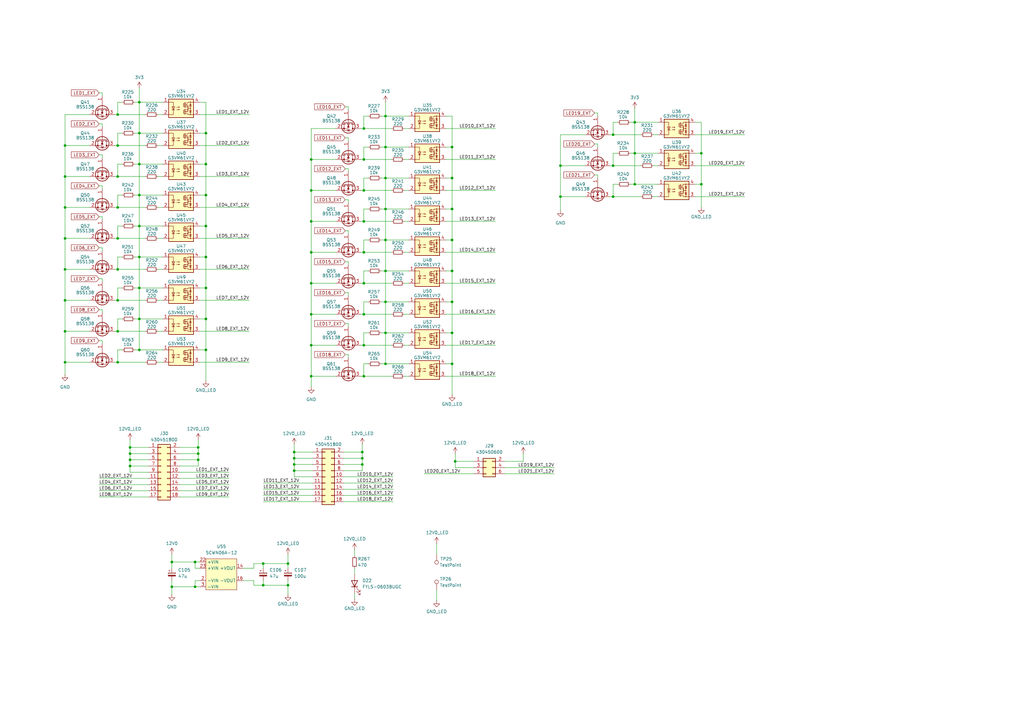
<source format=kicad_sch>
(kicad_sch (version 20231120) (generator "eeschema") (generator_version "8.0")
  (paper "A3")
  (junction (at 84.455 118.11))
  (junction (at 158.115 111.125))
  (junction (at 48.26 85.09))
  (junction (at 185.42 98.425))
  (junction (at 26.67 110.49))
  (junction (at 84.455 54.61))
  (junction (at 107.95 231.14))
  (junction (at 186.69 189.23))
  (junction (at 185.42 123.825))
  (junction (at 57.15 41.91))
  (junction (at 84.455 67.31))
  (junction (at 57.15 80.01))
  (junction (at 251.46 80.645))
  (junction (at 158.115 98.425))
  (junction (at 81.28 188.595))
  (junction (at 120.65 187.96))
  (junction (at 260.35 62.865))
  (junction (at 158.115 136.525))
  (junction (at 149.225 154.305))
  (junction (at 149.225 103.505))
  (junction (at 127.635 116.205))
  (junction (at 48.26 135.89))
  (junction (at 107.95 240.03))
  (junction (at 57.15 130.81))
  (junction (at 127.635 78.105))
  (junction (at 251.46 67.945))
  (junction (at 48.26 148.59))
  (junction (at 26.67 135.89))
  (junction (at 84.455 143.51))
  (junction (at 48.26 123.19))
  (junction (at 57.15 54.61))
  (junction (at 185.42 60.325))
  (junction (at 120.65 193.04))
  (junction (at 148.59 185.42))
  (junction (at 127.635 154.305))
  (junction (at 26.67 72.39))
  (junction (at 81.28 183.515))
  (junction (at 251.46 55.245))
  (junction (at 120.65 190.5))
  (junction (at 185.42 111.125))
  (junction (at 149.225 128.905))
  (junction (at 48.26 59.69))
  (junction (at 48.26 97.79))
  (junction (at 229.87 67.945))
  (junction (at 229.87 80.645))
  (junction (at 53.34 186.055))
  (junction (at 48.26 72.39))
  (junction (at 26.67 123.19))
  (junction (at 148.59 187.96))
  (junction (at 84.455 92.71))
  (junction (at 53.34 188.595))
  (junction (at 118.11 231.14))
  (junction (at 80.01 240.665))
  (junction (at 149.225 65.405))
  (junction (at 48.26 46.99))
  (junction (at 80.01 230.505))
  (junction (at 53.34 183.515))
  (junction (at 127.635 65.405))
  (junction (at 127.635 141.605))
  (junction (at 149.225 141.605))
  (junction (at 26.67 85.09))
  (junction (at 84.455 80.01))
  (junction (at 158.115 149.225))
  (junction (at 127.635 103.505))
  (junction (at 149.225 116.205))
  (junction (at 118.11 240.03))
  (junction (at 158.115 73.025))
  (junction (at 158.115 123.825))
  (junction (at 185.42 149.225))
  (junction (at 53.34 191.135))
  (junction (at 26.67 97.79))
  (junction (at 84.455 130.81))
  (junction (at 57.15 105.41))
  (junction (at 185.42 136.525))
  (junction (at 149.225 78.105))
  (junction (at 260.35 50.165))
  (junction (at 57.15 143.51))
  (junction (at 120.65 185.42))
  (junction (at 158.115 85.725))
  (junction (at 70.485 230.505))
  (junction (at 287.655 62.865))
  (junction (at 127.635 128.905))
  (junction (at 185.42 73.025))
  (junction (at 48.26 110.49))
  (junction (at 70.485 240.665))
  (junction (at 57.15 92.71))
  (junction (at 149.225 52.705))
  (junction (at 158.115 60.325))
  (junction (at 26.67 59.69))
  (junction (at 260.35 75.565))
  (junction (at 57.15 118.11))
  (junction (at 84.455 105.41))
  (junction (at 127.635 90.805))
  (junction (at 57.15 67.31))
  (junction (at 287.655 75.565))
  (junction (at 26.67 148.59))
  (junction (at 81.28 186.055))
  (junction (at 149.225 90.805))
  (junction (at 148.59 190.5))
  (junction (at 158.115 47.625))
  (junction (at 185.42 85.725))
  (wire (pts (xy 149.225 141.605) (xy 160.655 141.605)))
  (wire (pts (xy 258.445 50.165) (xy 260.35 50.165)))
  (wire (pts (xy 60.96 191.135) (xy 53.34 191.135)))
  (wire (pts (xy 55.245 105.41) (xy 57.15 105.41)))
  (wire (pts (xy 73.66 188.595) (xy 81.28 188.595)))
  (wire (pts (xy 53.34 191.135) (xy 53.34 193.675)))
  (wire (pts (xy 267.97 55.245) (xy 269.875 55.245)))
  (wire (pts (xy 57.15 41.91) (xy 57.15 54.61)))
  (wire (pts (xy 229.87 67.945) (xy 229.87 80.645)))
  (wire (pts (xy 48.26 72.39) (xy 59.69 72.39)))
  (wire (pts (xy 243.84 46.355) (xy 245.11 46.355)))
  (wire (pts (xy 128.27 187.96) (xy 120.65 187.96)))
  (wire (pts (xy 156.21 47.625) (xy 158.115 47.625)))
  (wire (pts (xy 149.225 98.425) (xy 149.225 103.505)))
  (wire (pts (xy 182.88 98.425) (xy 185.42 98.425)))
  (wire (pts (xy 84.455 92.71) (xy 84.455 105.41)))
  (wire (pts (xy 156.21 111.125) (xy 158.115 111.125)))
  (wire (pts (xy 141.605 145.415) (xy 142.875 145.415)))
  (wire (pts (xy 127.635 141.605) (xy 127.635 154.305)))
  (wire (pts (xy 48.26 67.31) (xy 48.26 72.39)))
  (wire (pts (xy 151.13 47.625) (xy 149.225 47.625)))
  (wire (pts (xy 267.97 67.945) (xy 269.875 67.945)))
  (wire (pts (xy 48.26 110.49) (xy 59.69 110.49)))
  (wire (pts (xy 285.115 50.165) (xy 287.655 50.165)))
  (wire (pts (xy 147.955 141.605) (xy 149.225 141.605)))
  (wire (pts (xy 41.91 64.77) (xy 41.91 63.5)))
  (wire (pts (xy 81.915 135.89) (xy 102.235 135.89)))
  (wire (pts (xy 99.695 233.045) (xy 104.14 233.045)))
  (wire (pts (xy 81.915 80.01) (xy 84.455 80.01)))
  (wire (pts (xy 158.115 123.825) (xy 167.64 123.825)))
  (wire (pts (xy 156.21 136.525) (xy 158.115 136.525)))
  (wire (pts (xy 260.35 44.45) (xy 260.35 50.165)))
  (wire (pts (xy 251.46 75.565) (xy 251.46 80.645)))
  (wire (pts (xy 147.955 128.905) (xy 149.225 128.905)))
  (wire (pts (xy 81.915 72.39) (xy 102.235 72.39)))
  (wire (pts (xy 55.245 67.31) (xy 57.15 67.31)))
  (wire (pts (xy 107.95 240.03) (xy 118.11 240.03)))
  (wire (pts (xy 60.96 193.675) (xy 53.34 193.675)))
  (wire (pts (xy 127.635 52.705) (xy 127.635 65.405)))
  (wire (pts (xy 48.26 143.51) (xy 48.26 148.59)))
  (wire (pts (xy 185.42 73.025) (xy 185.42 85.725)))
  (wire (pts (xy 165.735 90.805) (xy 167.64 90.805)))
  (wire (pts (xy 81.28 186.055) (xy 81.28 188.595)))
  (wire (pts (xy 48.26 130.81) (xy 48.26 135.89)))
  (wire (pts (xy 40.64 114.3) (xy 41.91 114.3)))
  (wire (pts (xy 158.115 85.725) (xy 158.115 98.425)))
  (wire (pts (xy 158.115 60.325) (xy 167.64 60.325)))
  (wire (pts (xy 141.605 69.215) (xy 142.875 69.215)))
  (wire (pts (xy 156.21 85.725) (xy 158.115 85.725)))
  (wire (pts (xy 142.875 146.685) (xy 142.875 145.415)))
  (wire (pts (xy 40.64 101.6) (xy 41.91 101.6)))
  (wire (pts (xy 73.66 191.135) (xy 81.28 191.135)))
  (wire (pts (xy 104.14 231.14) (xy 104.14 233.045)))
  (wire (pts (xy 285.115 75.565) (xy 287.655 75.565)))
  (wire (pts (xy 107.95 238.125) (xy 107.95 240.03)))
  (wire (pts (xy 84.455 54.61) (xy 84.455 67.31)))
  (wire (pts (xy 151.13 98.425) (xy 149.225 98.425)))
  (wire (pts (xy 137.795 128.905) (xy 127.635 128.905)))
  (wire (pts (xy 137.795 116.205) (xy 127.635 116.205)))
  (wire (pts (xy 158.115 136.525) (xy 158.115 149.225)))
  (wire (pts (xy 253.365 62.865) (xy 251.46 62.865)))
  (wire (pts (xy 128.27 190.5) (xy 120.65 190.5)))
  (wire (pts (xy 57.15 130.81) (xy 57.15 143.51)))
  (wire (pts (xy 182.88 128.905) (xy 203.2 128.905)))
  (wire (pts (xy 182.88 60.325) (xy 185.42 60.325)))
  (wire (pts (xy 26.67 123.19) (xy 26.67 135.89)))
  (wire (pts (xy 60.96 201.295) (xy 40.64 201.295)))
  (wire (pts (xy 149.225 90.805) (xy 160.655 90.805)))
  (wire (pts (xy 64.77 135.89) (xy 66.675 135.89)))
  (wire (pts (xy 128.27 198.12) (xy 107.95 198.12)))
  (wire (pts (xy 46.99 110.49) (xy 48.26 110.49)))
  (wire (pts (xy 149.225 103.505) (xy 160.655 103.505)))
  (wire (pts (xy 41.91 52.07) (xy 41.91 50.8)))
  (wire (pts (xy 48.26 41.91) (xy 48.26 46.99)))
  (wire (pts (xy 81.915 130.81) (xy 84.455 130.81)))
  (wire (pts (xy 107.95 231.14) (xy 118.11 231.14)))
  (wire (pts (xy 185.42 111.125) (xy 185.42 123.825)))
  (wire (pts (xy 104.14 238.125) (xy 104.14 240.03)))
  (wire (pts (xy 182.88 103.505) (xy 203.2 103.505)))
  (wire (pts (xy 84.455 105.41) (xy 84.455 118.11)))
  (wire (pts (xy 70.485 230.505) (xy 70.485 227.33)))
  (wire (pts (xy 57.15 118.11) (xy 57.15 130.81)))
  (wire (pts (xy 53.34 183.515) (xy 53.34 186.055)))
  (wire (pts (xy 240.03 55.245) (xy 229.87 55.245)))
  (wire (pts (xy 140.97 198.12) (xy 161.29 198.12)))
  (wire (pts (xy 156.21 60.325) (xy 158.115 60.325)))
  (wire (pts (xy 73.66 203.835) (xy 93.98 203.835)))
  (wire (pts (xy 50.165 143.51) (xy 48.26 143.51)))
  (wire (pts (xy 84.455 80.01) (xy 84.455 92.71)))
  (wire (pts (xy 128.27 205.74) (xy 107.95 205.74)))
  (wire (pts (xy 36.83 110.49) (xy 26.67 110.49)))
  (wire (pts (xy 50.165 105.41) (xy 48.26 105.41)))
  (wire (pts (xy 141.605 94.615) (xy 142.875 94.615)))
  (wire (pts (xy 185.42 136.525) (xy 185.42 149.225)))
  (wire (pts (xy 185.42 47.625) (xy 185.42 60.325)))
  (wire (pts (xy 158.115 98.425) (xy 167.64 98.425)))
  (wire (pts (xy 64.77 72.39) (xy 66.675 72.39)))
  (wire (pts (xy 137.795 78.105) (xy 127.635 78.105)))
  (wire (pts (xy 50.165 92.71) (xy 48.26 92.71)))
  (wire (pts (xy 40.64 38.1) (xy 41.91 38.1)))
  (wire (pts (xy 81.915 143.51) (xy 84.455 143.51)))
  (wire (pts (xy 145.415 233.045) (xy 145.415 235.585)))
  (wire (pts (xy 41.91 39.37) (xy 41.91 38.1)))
  (wire (pts (xy 64.77 148.59) (xy 66.675 148.59)))
  (wire (pts (xy 81.915 118.11) (xy 84.455 118.11)))
  (wire (pts (xy 156.21 73.025) (xy 158.115 73.025)))
  (wire (pts (xy 36.83 123.19) (xy 26.67 123.19)))
  (wire (pts (xy 149.225 111.125) (xy 149.225 116.205)))
  (wire (pts (xy 245.11 47.625) (xy 245.11 46.355)))
  (wire (pts (xy 165.735 128.905) (xy 167.64 128.905)))
  (wire (pts (xy 41.91 128.27) (xy 41.91 127)))
  (wire (pts (xy 128.27 185.42) (xy 120.65 185.42)))
  (wire (pts (xy 48.26 123.19) (xy 59.69 123.19)))
  (wire (pts (xy 46.99 148.59) (xy 48.26 148.59)))
  (wire (pts (xy 149.225 128.905) (xy 160.655 128.905)))
  (wire (pts (xy 194.31 189.23) (xy 186.69 189.23)))
  (wire (pts (xy 84.455 67.31) (xy 84.455 80.01)))
  (wire (pts (xy 57.15 36.195) (xy 57.15 41.91)))
  (wire (pts (xy 142.875 133.985) (xy 142.875 132.715)))
  (wire (pts (xy 285.115 80.645) (xy 305.435 80.645)))
  (wire (pts (xy 127.635 90.805) (xy 127.635 103.505)))
  (wire (pts (xy 185.42 85.725) (xy 185.42 98.425)))
  (wire (pts (xy 182.88 52.705) (xy 203.2 52.705)))
  (wire (pts (xy 285.115 67.945) (xy 305.435 67.945)))
  (wire (pts (xy 60.96 198.755) (xy 40.64 198.755)))
  (wire (pts (xy 141.605 107.315) (xy 142.875 107.315)))
  (wire (pts (xy 149.225 154.305) (xy 160.655 154.305)))
  (wire (pts (xy 36.83 135.89) (xy 26.67 135.89)))
  (wire (pts (xy 179.07 241.935) (xy 179.07 246.38)))
  (wire (pts (xy 26.67 85.09) (xy 26.67 97.79)))
  (wire (pts (xy 214.63 186.055) (xy 214.63 189.23)))
  (wire (pts (xy 186.69 186.055) (xy 186.69 189.23)))
  (wire (pts (xy 36.83 85.09) (xy 26.67 85.09)))
  (wire (pts (xy 60.96 203.835) (xy 40.64 203.835)))
  (wire (pts (xy 158.115 47.625) (xy 158.115 60.325)))
  (wire (pts (xy 251.46 62.865) (xy 251.46 67.945)))
  (wire (pts (xy 158.115 111.125) (xy 158.115 123.825)))
  (wire (pts (xy 128.27 203.2) (xy 107.95 203.2)))
  (wire (pts (xy 149.225 116.205) (xy 160.655 116.205)))
  (wire (pts (xy 140.97 203.2) (xy 161.29 203.2)))
  (wire (pts (xy 149.225 123.825) (xy 149.225 128.905)))
  (wire (pts (xy 26.67 72.39) (xy 26.67 85.09)))
  (wire (pts (xy 46.99 72.39) (xy 48.26 72.39)))
  (wire (pts (xy 253.365 50.165) (xy 251.46 50.165)))
  (wire (pts (xy 182.88 136.525) (xy 185.42 136.525)))
  (wire (pts (xy 73.66 198.755) (xy 93.98 198.755)))
  (wire (pts (xy 165.735 103.505) (xy 167.64 103.505)))
  (wire (pts (xy 36.83 46.99) (xy 26.67 46.99)))
  (wire (pts (xy 137.795 141.605) (xy 127.635 141.605)))
  (wire (pts (xy 40.64 127) (xy 41.91 127)))
  (wire (pts (xy 57.15 41.91) (xy 66.675 41.91)))
  (wire (pts (xy 182.88 85.725) (xy 185.42 85.725)))
  (wire (pts (xy 194.31 194.31) (xy 173.99 194.31)))
  (wire (pts (xy 84.455 118.11) (xy 84.455 130.81)))
  (wire (pts (xy 57.15 92.71) (xy 66.675 92.71)))
  (wire (pts (xy 151.13 149.225) (xy 149.225 149.225)))
  (wire (pts (xy 243.84 59.055) (xy 245.11 59.055)))
  (wire (pts (xy 70.485 240.665) (xy 80.01 240.665)))
  (wire (pts (xy 50.165 54.61) (xy 48.26 54.61)))
  (wire (pts (xy 81.915 105.41) (xy 84.455 105.41)))
  (wire (pts (xy 81.915 46.99) (xy 102.235 46.99)))
  (wire (pts (xy 36.83 59.69) (xy 26.67 59.69)))
  (wire (pts (xy 158.115 123.825) (xy 158.115 136.525)))
  (wire (pts (xy 118.11 240.03) (xy 118.11 243.84)))
  (wire (pts (xy 60.96 186.055) (xy 53.34 186.055)))
  (wire (pts (xy 250.19 67.945) (xy 251.46 67.945)))
  (wire (pts (xy 141.605 132.715) (xy 142.875 132.715)))
  (wire (pts (xy 260.35 50.165) (xy 260.35 62.865)))
  (wire (pts (xy 73.66 196.215) (xy 93.98 196.215)))
  (wire (pts (xy 84.455 130.81) (xy 84.455 143.51)))
  (wire (pts (xy 151.13 73.025) (xy 149.225 73.025)))
  (wire (pts (xy 148.59 182.245) (xy 148.59 185.42)))
  (wire (pts (xy 41.91 90.17) (xy 41.91 88.9)))
  (wire (pts (xy 165.735 78.105) (xy 167.64 78.105)))
  (wire (pts (xy 50.165 67.31) (xy 48.26 67.31)))
  (wire (pts (xy 41.91 77.47) (xy 41.91 76.2)))
  (wire (pts (xy 81.915 110.49) (xy 102.235 110.49)))
  (wire (pts (xy 50.165 80.01) (xy 48.26 80.01)))
  (wire (pts (xy 64.77 59.69) (xy 66.675 59.69)))
  (wire (pts (xy 55.245 80.01) (xy 57.15 80.01)))
  (wire (pts (xy 53.34 188.595) (xy 53.34 191.135)))
  (wire (pts (xy 245.11 60.325) (xy 245.11 59.055)))
  (wire (pts (xy 140.97 187.96) (xy 148.59 187.96)))
  (wire (pts (xy 127.635 78.105) (xy 127.635 90.805)))
  (wire (pts (xy 48.26 105.41) (xy 48.26 110.49)))
  (wire (pts (xy 57.15 54.61) (xy 66.675 54.61)))
  (wire (pts (xy 57.15 92.71) (xy 57.15 105.41)))
  (wire (pts (xy 207.01 194.31) (xy 227.33 194.31)))
  (wire (pts (xy 81.28 188.595) (xy 81.28 191.135)))
  (wire (pts (xy 145.415 225.425) (xy 145.415 227.965)))
  (wire (pts (xy 60.96 196.215) (xy 40.64 196.215)))
  (wire (pts (xy 148.59 187.96) (xy 148.59 190.5)))
  (wire (pts (xy 81.915 41.91) (xy 84.455 41.91)))
  (wire (pts (xy 57.15 80.01) (xy 57.15 92.71)))
  (wire (pts (xy 55.245 41.91) (xy 57.15 41.91)))
  (wire (pts (xy 151.13 136.525) (xy 149.225 136.525)))
  (wire (pts (xy 55.245 143.51) (xy 57.15 143.51)))
  (wire (pts (xy 60.96 188.595) (xy 53.34 188.595)))
  (wire (pts (xy 64.77 110.49) (xy 66.675 110.49)))
  (wire (pts (xy 127.635 154.305) (xy 127.635 158.75)))
  (wire (pts (xy 251.46 80.645) (xy 262.89 80.645)))
  (wire (pts (xy 40.64 50.8) (xy 41.91 50.8)))
  (wire (pts (xy 182.88 73.025) (xy 185.42 73.025)))
  (wire (pts (xy 48.26 97.79) (xy 59.69 97.79)))
  (wire (pts (xy 186.69 189.23) (xy 186.69 191.77)))
  (wire (pts (xy 285.115 62.865) (xy 287.655 62.865)))
  (wire (pts (xy 26.67 135.89) (xy 26.67 148.59)))
  (wire (pts (xy 207.01 191.77) (xy 227.33 191.77)))
  (wire (pts (xy 185.42 60.325) (xy 185.42 73.025)))
  (wire (pts (xy 57.15 80.01) (xy 66.675 80.01)))
  (wire (pts (xy 182.88 123.825) (xy 185.42 123.825)))
  (wire (pts (xy 55.245 118.11) (xy 57.15 118.11)))
  (wire (pts (xy 73.66 186.055) (xy 81.28 186.055)))
  (wire (pts (xy 158.115 73.025) (xy 167.64 73.025)))
  (wire (pts (xy 149.225 85.725) (xy 149.225 90.805)))
  (wire (pts (xy 149.225 73.025) (xy 149.225 78.105)))
  (wire (pts (xy 151.13 85.725) (xy 149.225 85.725)))
  (wire (pts (xy 229.87 80.645) (xy 229.87 86.36)))
  (wire (pts (xy 60.96 183.515) (xy 53.34 183.515)))
  (wire (pts (xy 120.65 193.04) (xy 120.65 195.58)))
  (wire (pts (xy 149.225 47.625) (xy 149.225 52.705)))
  (wire (pts (xy 81.915 238.125) (xy 80.01 238.125)))
  (wire (pts (xy 147.955 65.405) (xy 149.225 65.405)))
  (wire (pts (xy 48.26 148.59) (xy 59.69 148.59)))
  (wire (pts (xy 287.655 50.165) (xy 287.655 62.865)))
  (wire (pts (xy 81.915 67.31) (xy 84.455 67.31)))
  (wire (pts (xy 80.01 240.665) (xy 81.915 240.665)))
  (wire (pts (xy 99.695 238.125) (xy 104.14 238.125)))
  (wire (pts (xy 147.955 52.705) (xy 149.225 52.705)))
  (wire (pts (xy 165.735 65.405) (xy 167.64 65.405)))
  (wire (pts (xy 151.13 123.825) (xy 149.225 123.825)))
  (wire (pts (xy 151.13 60.325) (xy 149.225 60.325)))
  (wire (pts (xy 287.655 75.565) (xy 287.655 85.09)))
  (wire (pts (xy 48.26 80.01) (xy 48.26 85.09)))
  (wire (pts (xy 156.21 98.425) (xy 158.115 98.425)))
  (wire (pts (xy 81.28 180.34) (xy 81.28 183.515)))
  (wire (pts (xy 127.635 103.505) (xy 127.635 116.205)))
  (wire (pts (xy 57.15 105.41) (xy 66.675 105.41)))
  (wire (pts (xy 137.795 52.705) (xy 127.635 52.705)))
  (wire (pts (xy 81.28 183.515) (xy 81.28 186.055)))
  (wire (pts (xy 165.735 141.605) (xy 167.64 141.605)))
  (wire (pts (xy 260.35 62.865) (xy 260.35 75.565)))
  (wire (pts (xy 258.445 62.865) (xy 260.35 62.865)))
  (wire (pts (xy 50.165 118.11) (xy 48.26 118.11)))
  (wire (pts (xy 182.88 47.625) (xy 185.42 47.625)))
  (wire (pts (xy 128.27 193.04) (xy 120.65 193.04)))
  (wire (pts (xy 81.915 97.79) (xy 102.235 97.79)))
  (wire (pts (xy 137.795 154.305) (xy 127.635 154.305)))
  (wire (pts (xy 185.42 123.825) (xy 185.42 136.525)))
  (wire (pts (xy 141.605 120.015) (xy 142.875 120.015)))
  (wire (pts (xy 182.88 141.605) (xy 203.2 141.605)))
  (wire (pts (xy 73.66 183.515) (xy 81.28 183.515)))
  (wire (pts (xy 40.64 139.7) (xy 41.91 139.7)))
  (wire (pts (xy 243.84 71.755) (xy 245.11 71.755)))
  (wire (pts (xy 53.34 186.055) (xy 53.34 188.595)))
  (wire (pts (xy 149.225 65.405) (xy 160.655 65.405)))
  (wire (pts (xy 142.875 121.285) (xy 142.875 120.015)))
  (wire (pts (xy 57.15 118.11) (xy 66.675 118.11)))
  (wire (pts (xy 158.115 41.91) (xy 158.115 47.625)))
  (wire (pts (xy 148.59 185.42) (xy 148.59 187.96)))
  (wire (pts (xy 142.875 83.185) (xy 142.875 81.915)))
  (wire (pts (xy 57.15 130.81) (xy 66.675 130.81)))
  (wire (pts (xy 229.87 55.245) (xy 229.87 67.945)))
  (wire (pts (xy 50.165 41.91) (xy 48.26 41.91)))
  (wire (pts (xy 158.115 73.025) (xy 158.115 85.725)))
  (wire (pts (xy 141.605 43.815) (xy 142.875 43.815)))
  (wire (pts (xy 141.605 56.515) (xy 142.875 56.515)))
  (wire (pts (xy 158.115 111.125) (xy 167.64 111.125)))
  (wire (pts (xy 48.26 118.11) (xy 48.26 123.19)))
  (wire (pts (xy 158.115 136.525) (xy 167.64 136.525)))
  (wire (pts (xy 40.64 76.2) (xy 41.91 76.2)))
  (wire (pts (xy 120.65 185.42) (xy 120.65 187.96)))
  (wire (pts (xy 41.91 140.97) (xy 41.91 139.7)))
  (wire (pts (xy 104.14 231.14) (xy 107.95 231.14)))
  (wire (pts (xy 128.27 200.66) (xy 107.95 200.66)))
  (wire (pts (xy 165.735 52.705) (xy 167.64 52.705)))
  (wire (pts (xy 147.955 154.305) (xy 149.225 154.305)))
  (wire (pts (xy 46.99 135.89) (xy 48.26 135.89)))
  (wire (pts (xy 182.88 149.225) (xy 185.42 149.225)))
  (wire (pts (xy 26.67 97.79) (xy 26.67 110.49)))
  (wire (pts (xy 81.915 148.59) (xy 102.235 148.59)))
  (wire (pts (xy 84.455 143.51) (xy 84.455 156.21)))
  (wire (pts (xy 148.59 190.5) (xy 148.59 193.04)))
  (wire (pts (xy 185.42 98.425) (xy 185.42 111.125)))
  (wire (pts (xy 165.735 154.305) (xy 167.64 154.305)))
  (wire (pts (xy 127.635 65.405) (xy 127.635 78.105)))
  (wire (pts (xy 81.915 92.71) (xy 84.455 92.71)))
  (wire (pts (xy 84.455 41.91) (xy 84.455 54.61)))
  (wire (pts (xy 147.955 103.505) (xy 149.225 103.505)))
  (wire (pts (xy 70.485 238.125) (xy 70.485 240.665)))
  (wire (pts (xy 151.13 111.125) (xy 149.225 111.125)))
  (wire (pts (xy 251.46 67.945) (xy 262.89 67.945)))
  (wire (pts (xy 194.31 191.77) (xy 186.69 191.77)))
  (wire (pts (xy 182.88 154.305) (xy 203.2 154.305)))
  (wire (pts (xy 285.115 55.245) (xy 305.435 55.245)))
  (wire (pts (xy 147.955 78.105) (xy 149.225 78.105)))
  (wire (pts (xy 182.88 78.105) (xy 203.2 78.105)))
  (wire (pts (xy 50.165 130.81) (xy 48.26 130.81)))
  (wire (pts (xy 165.735 116.205) (xy 167.64 116.205)))
  (wire (pts (xy 149.225 136.525) (xy 149.225 141.605)))
  (wire (pts (xy 258.445 75.565) (xy 260.35 75.565)))
  (wire (pts (xy 64.77 85.09) (xy 66.675 85.09)))
  (wire (pts (xy 182.88 90.805) (xy 203.2 90.805)))
  (wire (pts (xy 64.77 123.19) (xy 66.675 123.19)))
  (wire (pts (xy 182.88 65.405) (xy 203.2 65.405)))
  (wire (pts (xy 140.97 205.74) (xy 161.29 205.74)))
  (wire (pts (xy 240.03 80.645) (xy 229.87 80.645)))
  (wire (pts (xy 40.64 88.9) (xy 41.91 88.9)))
  (wire (pts (xy 145.415 243.205) (xy 145.415 245.745)))
  (wire (pts (xy 158.115 47.625) (xy 167.64 47.625)))
  (wire (pts (xy 118.11 240.03) (xy 118.11 238.125)))
  (wire (pts (xy 253.365 75.565) (xy 251.46 75.565)))
  (wire (pts (xy 142.875 108.585) (xy 142.875 107.315)))
  (wire (pts (xy 127.635 116.205) (xy 127.635 128.905)))
  (wire (pts (xy 156.21 149.225) (xy 158.115 149.225)))
  (wire (pts (xy 55.245 92.71) (xy 57.15 92.71)))
  (wire (pts (xy 158.115 98.425) (xy 158.115 111.125)))
  (wire (pts (xy 260.35 50.165) (xy 269.875 50.165)))
  (wire (pts (xy 46.99 123.19) (xy 48.26 123.19)))
  (wire (pts (xy 267.97 80.645) (xy 269.875 80.645)))
  (wire (pts (xy 185.42 149.225) (xy 185.42 161.925)))
  (wire (pts (xy 120.65 190.5) (xy 120.65 193.04)))
  (wire (pts (xy 120.65 182.245) (xy 120.65 185.42)))
  (wire (pts (xy 182.88 116.205) (xy 203.2 116.205)))
  (wire (pts (xy 118.11 233.045) (xy 118.11 231.14)))
  (wire (pts (xy 70.485 230.505) (xy 70.485 233.045)))
  (wire (pts (xy 128.27 195.58) (xy 120.65 195.58)))
  (wire (pts (xy 142.875 95.885) (xy 142.875 94.615)))
  (wire (pts (xy 260.35 62.865) (xy 269.875 62.865)))
  (wire (pts (xy 149.225 52.705) (xy 160.655 52.705)))
  (wire (pts (xy 245.11 73.025) (xy 245.11 71.755)))
  (wire (pts (xy 147.955 116.205) (xy 149.225 116.205)))
  (wire (pts (xy 57.15 54.61) (xy 57.15 67.31)))
  (wire (pts (xy 250.19 80.645) (xy 251.46 80.645)))
  (wire (pts (xy 158.115 60.325) (xy 158.115 73.025)))
  (wire (pts (xy 149.225 60.325) (xy 149.225 65.405)))
  (wire (pts (xy 81.915 233.045) (xy 80.01 233.045)))
  (wire (pts (xy 57.15 67.31) (xy 57.15 80.01)))
  (wire (pts (xy 80.01 230.505) (xy 81.915 230.505)))
  (wire (pts (xy 158.115 149.225) (xy 167.64 149.225)))
  (wire (pts (xy 40.64 63.5) (xy 41.91 63.5)))
  (wire (pts (xy 182.88 111.125) (xy 185.42 111.125)))
  (wire (pts (xy 41.91 102.87) (xy 41.91 101.6)))
  (wire (pts (xy 158.115 85.725) (xy 167.64 85.725)))
  (wire (pts (xy 36.83 97.79) (xy 26.67 97.79)))
  (wire (pts (xy 55.245 130.81) (xy 57.15 130.81)))
  (wire (pts (xy 64.77 46.99) (xy 66.675 46.99)))
  (wire (pts (xy 80.01 233.045) (xy 80.01 230.505)))
  (wire (pts (xy 81.915 85.09) (xy 102.235 85.09)))
  (wire (pts (xy 104.14 240.03) (xy 107.95 240.03)))
  (wire (pts (xy 57.15 143.51) (xy 66.675 143.51)))
  (wire (pts (xy 137.795 65.405) (xy 127.635 65.405)))
  (wire (pts (xy 41.91 115.57) (xy 41.91 114.3)))
  (wire (pts (xy 127.635 128.905) (xy 127.635 141.605)))
  (wire (pts (xy 48.26 85.09) (xy 59.69 85.09)))
  (wire (pts (xy 137.795 103.505) (xy 127.635 103.505)))
  (wire (pts (xy 142.875 45.085) (xy 142.875 43.815)))
  (wire (pts (xy 207.01 189.23) (xy 214.63 189.23)))
  (wire (pts (xy 240.03 67.945) (xy 229.87 67.945)))
  (wire (pts (xy 140.97 190.5) (xy 148.59 190.5)))
  (wire (pts (xy 140.97 185.42) (xy 148.59 185.42)))
  (wire (pts (xy 149.225 78.105) (xy 160.655 78.105)))
  (wire (pts (xy 46.99 59.69) (xy 48.26 59.69)))
  (wire (pts (xy 48.26 46.99) (xy 59.69 46.99)))
  (wire (pts (xy 149.225 149.225) (xy 149.225 154.305)))
  (wire (pts (xy 250.19 55.245) (xy 251.46 55.245)))
  (wire (pts (xy 46.99 97.79) (xy 48.26 97.79)))
  (wire (pts (xy 26.67 110.49) (xy 26.67 123.19)))
  (wire (pts (xy 48.26 92.71) (xy 48.26 97.79)))
  (wire (pts (xy 81.915 54.61) (xy 84.455 54.61)))
  (wire (pts (xy 287.655 62.865) (xy 287.655 75.565)))
  (wire (pts (xy 36.83 148.59) (xy 26.67 148.59)))
  (wire (pts (xy 118.11 227.33) (xy 118.11 231.14)))
  (wire (pts (xy 140.97 193.04) (xy 148.59 193.04)))
  (wire (pts (xy 142.875 70.485) (xy 142.875 69.215)))
  (wire (pts (xy 46.99 46.99) (xy 48.26 46.99)))
  (wire (pts (xy 137.795 90.805) (xy 127.635 90.805)))
  (wire (pts (xy 156.21 123.825) (xy 158.115 123.825)))
  (wire (pts (xy 26.67 59.69) (xy 26.67 72.39)))
  (wire (pts (xy 46.99 85.09) (xy 48.26 85.09)))
  (wire (pts (xy 55.245 54.61) (xy 57.15 54.61)))
  (wire (pts (xy 64.77 97.79) (xy 66.675 97.79)))
  (wire (pts (xy 107.95 231.14) (xy 107.95 233.045)))
  (wire (pts (xy 120.65 187.96) (xy 120.65 190.5)))
  (wire (pts (xy 53.34 180.34) (xy 53.34 183.515)))
  (wire (pts (xy 80.01 238.125) (xy 80.01 240.665)))
  (wire (pts (xy 70.485 230.505) (xy 80.01 230.505)))
  (wire (pts (xy 140.97 200.66) (xy 161.29 200.66)))
  (wire (pts (xy 81.915 59.69) (xy 102.235 59.69)))
  (wire (pts (xy 73.66 193.675) (xy 93.98 193.675)))
  (wire (pts (xy 48.26 135.89) (xy 59.69 135.89)))
  (wire (pts (xy 260.35 75.565) (xy 269.875 75.565)))
  (wire (pts (xy 48.26 54.61) (xy 48.26 59.69)))
  (wire (pts (xy 251.46 55.245) (xy 262.89 55.245)))
  (wire (pts (xy 179.07 227.33) (xy 179.07 222.885)))
  (wire (pts (xy 73.66 201.295) (xy 93.98 201.295)))
  (wire (pts (xy 142.875 57.785) (xy 142.875 56.515)))
  (wire (pts (xy 70.485 240.665) (xy 70.485 243.84)))
  (wire (pts (xy 26.67 46.99) (xy 26.67 59.69)))
  (wire (pts (xy 141.605 81.915) (xy 142.875 81.915)))
  (wire (pts (xy 57.15 105.41) (xy 57.15 118.11)))
  (wire (pts (xy 251.46 50.165) (xy 251.46 55.245)))
  (wire (pts (xy 81.915 123.19) (xy 102.235 123.19)))
  (wire (pts (xy 147.955 90.805) (xy 149.225 90.805)))
  (wire (pts (xy 36.83 72.39) (xy 26.67 72.39)))
  (wire (pts (xy 140.97 195.58) (xy 161.29 195.58)))
  (wire (pts (xy 57.15 67.31) (xy 66.675 67.31)))
  (wire (pts (xy 48.26 59.69) (xy 59.69 59.69)))
  (wire (pts (xy 26.67 148.59) (xy 26.67 153.67)))
  (label "LED7_EXT_12V" (at 102.235 123.19 180))
  (label "LED14_EXT_12V" (at 203.2 103.505 180))
  (label "LED6_EXT_12V" (at 102.235 110.49 180))
  (label "LED4_EXT_12V" (at 102.235 85.09 180))
  (label "LED17_EXT_12V" (at 203.2 141.605 180))
  (label "LED4_EXT_12V" (at 40.64 198.755 0))
  (label "LED20_EXT_12V" (at 173.99 194.31 0))
  (label "LED2_EXT_12V" (at 40.64 196.215 0))
  (label "LED17_EXT_12V" (at 107.95 205.74 0))
  (label "LED1_EXT_12V" (at 102.235 46.99 180))
  (label "LED5_EXT_12V" (at 102.235 97.79 180))
  (label "LED11_EXT_12V" (at 107.95 198.12 0))
  (label "LED20_EXT_12V" (at 305.435 67.945 180))
  (label "LED16_EXT_12V" (at 203.2 128.905 180))
  (label "LED14_EXT_12V" (at 161.29 200.66 180))
  (label "LED10_EXT_12V" (at 161.29 195.58 180))
  (label "LED3_EXT_12V" (at 93.98 196.215 180))
  (label "LED9_EXT_12V" (at 102.235 148.59 180))
  (label "LED9_EXT_12V" (at 93.98 203.835 180))
  (label "LED15_EXT_12V" (at 203.2 116.205 180))
  (label "LED18_EXT_12V" (at 161.29 205.74 180))
  (label "LED7_EXT_12V" (at 93.98 201.295 180))
  (label "LED18_EXT_12V" (at 203.2 154.305 180))
  (label "LED15_EXT_12V" (at 107.95 203.2 0))
  (label "LED19_EXT_12V" (at 227.33 191.77 180))
  (label "LED11_EXT_12V" (at 203.2 65.405 180))
  (label "LED12_EXT_12V" (at 161.29 198.12 180))
  (label "LED5_EXT_12V" (at 93.98 198.755 180))
  (label "LED21_EXT_12V" (at 305.435 80.645 180))
  (label "LED10_EXT_12V" (at 203.2 52.705 180))
  (label "LED21_EXT_12V" (at 227.33 194.31 180))
  (label "LED1_EXT_12V" (at 93.98 193.675 180))
  (label "LED2_EXT_12V" (at 102.235 59.69 180))
  (label "LED8_EXT_12V" (at 40.64 203.835 0))
  (label "LED19_EXT_12V" (at 305.435 55.245 180))
  (label "LED12_EXT_12V" (at 203.2 78.105 180))
  (label "LED13_EXT_12V" (at 107.95 200.66 0))
  (label "LED16_EXT_12V" (at 161.29 203.2 180))
  (label "LED3_EXT_12V" (at 102.235 72.39 180))
  (label "LED13_EXT_12V" (at 203.2 90.805 180))
  (label "LED8_EXT_12V" (at 102.235 135.89 180))
  (label "LED6_EXT_12V" (at 40.64 201.295 0))
  (global_label "LED14_EXT" (shape input) (at 141.605 94.615 180) (property "Intersheetrefs" "${INTERSHEET_REFS}" (at 128.46 94.615 0) (effects (justify right))))
  (global_label "LED8_EXT" (shape input) (at 40.64 127 180) (property "Intersheetrefs" "${INTERSHEET_REFS}" (at 28.7045 127 0) (effects (justify right))))
  (global_label "LED19_EXT" (shape input) (at 243.84 46.355 180) (property "Intersheetrefs" "${INTERSHEET_REFS}" (at 230.695 46.355 0) (effects (justify right))))
  (global_label "LED9_EXT" (shape input) (at 40.64 139.7 180) (property "Intersheetrefs" "${INTERSHEET_REFS}" (at 28.7045 139.7 0) (effects (justify right))))
  (global_label "LED16_EXT" (shape input) (at 141.605 120.015 180) (property "Intersheetrefs" "${INTERSHEET_REFS}" (at 128.46 120.015 0) (effects (justify right))))
  (global_label "LED18_EXT" (shape input) (at 141.605 145.415 180) (property "Intersheetrefs" "${INTERSHEET_REFS}" (at 128.46 145.415 0) (effects (justify right))))
  (global_label "LED3_EXT" (shape input) (at 40.64 63.5 180) (property "Intersheetrefs" "${INTERSHEET_REFS}" (at 28.7045 63.5 0) (effects (justify right))))
  (global_label "LED10_EXT" (shape input) (at 141.605 43.815 180) (property "Intersheetrefs" "${INTERSHEET_REFS}" (at 128.46 43.815 0) (effects (justify right))))
  (global_label "LED5_EXT" (shape input) (at 40.64 88.9 180) (property "Intersheetrefs" "${INTERSHEET_REFS}" (at 28.7045 88.9 0) (effects (justify right))))
  (global_label "LED7_EXT" (shape input) (at 40.64 114.3 180) (property "Intersheetrefs" "${INTERSHEET_REFS}" (at 28.7045 114.3 0) (effects (justify right))))
  (global_label "LED15_EXT" (shape input) (at 141.605 107.315 180) (property "Intersheetrefs" "${INTERSHEET_REFS}" (at 128.46 107.315 0) (effects (justify right))))
  (global_label "LED2_EXT" (shape input) (at 40.64 50.8 180) (property "Intersheetrefs" "${INTERSHEET_REFS}" (at 28.7045 50.8 0) (effects (justify right))))
  (global_label "LED1_EXT" (shape input) (at 40.64 38.1 180) (property "Intersheetrefs" "${INTERSHEET_REFS}" (at 28.7045 38.1 0) (effects (justify right))))
  (global_label "LED17_EXT" (shape input) (at 141.605 132.715 180) (property "Intersheetrefs" "${INTERSHEET_REFS}" (at 128.46 132.715 0) (effects (justify right))))
  (global_label "LED4_EXT" (shape input) (at 40.64 76.2 180) (property "Intersheetrefs" "${INTERSHEET_REFS}" (at 28.7045 76.2 0) (effects (justify right))))
  (global_label "LED20_EXT" (shape input) (at 243.84 59.055 180) (property "Intersheetrefs" "${INTERSHEET_REFS}" (at 230.695 59.055 0) (effects (justify right))))
  (global_label "LED21_EXT" (shape input) (at 243.84 71.755 180) (property "Intersheetrefs" "${INTERSHEET_REFS}" (at 230.695 71.755 0) (effects (justify right))))
  (global_label "LED12_EXT" (shape input) (at 141.605 69.215 180) (property "Intersheetrefs" "${INTERSHEET_REFS}" (at 128.46 69.215 0) (effects (justify right))))
  (global_label "LED11_EXT" (shape input) (at 141.605 56.515 180) (property "Intersheetrefs" "${INTERSHEET_REFS}" (at 128.46 56.515 0) (effects (justify right))))
  (global_label "LED13_EXT" (shape input) (at 141.605 81.915 180) (property "Intersheetrefs" "${INTERSHEET_REFS}" (at 128.46 81.915 0) (effects (justify right))))
  (global_label "LED6_EXT" (shape input) (at 40.64 101.6 180) (property "Intersheetrefs" "${INTERSHEET_REFS}" (at 28.7045 101.6 0) (effects (justify right))))
  (symbol (lib_id "Device:R_Small") (at 153.67 111.125 270) (unit 1)
    (property "Reference" "R253" (at 153.3525 106.9975 90))
    (property "Value" "10k" (at 153.3525 108.9025 90))
    (property "Footprint" "Resistor_SMD:R_0603_1608Metric" (effects (hide yes)))
    (property "Description" "Resistor, small symbol" (effects (hide yes)))
    (property "Мин. кол-во" "1000" (effects (hide yes)))
    (property "Ссылка" "https://www.promelec.ru/product/344748/" (effects (hide yes)))
    (property "Цена" "1" (effects (hide yes)))
    (property "Человекопонятное название" "Толстопленочный ЧИП-резистор 0603 10кОм" (effects (hide yes)))
  )
  (symbol (lib_id "Transistor_FET:BSS138") (at 245.11 52.705 270) (unit 1)
    (property "Reference" "Q43" (at 238.125 50.165 90))
    (property "Value" "BSS138" (at 238.125 52.07 90))
    (property "Footprint" "Package_TO_SOT_SMD:SOT-23" (effects (hide yes)))
    (property "Datasheet" "https://www.onsemi.com/pub/Collateral/BSS138-D.PDF" (effects (hide yes)))
    (property "Description" "50V Vds, 0.22A Id, N-Channel MOSFET, SOT-23" (effects (hide yes)))
    (property "Мин. кол-во" "38" (effects (hide yes)))
    (property "Ссылка" "https://www.promelec.ru/product/303635/" (effects (hide yes)))
    (property "Цена" "14" (effects (hide yes)))
    (property "Человекопонятное название" "Транзистор полевой N-канальный" (effects (hide yes)))
  )
  (symbol (lib_id "Device:R_Small") (at 153.67 85.725 270) (unit 1)
    (property "Reference" "R245" (at 153.3525 81.5975 90))
    (property "Value" "10k" (at 153.3525 83.5025 90))
    (property "Footprint" "Resistor_SMD:R_0603_1608Metric" (effects (hide yes)))
    (property "Description" "Resistor, small symbol" (effects (hide yes)))
    (property "Мин. кол-во" "1000" (effects (hide yes)))
    (property "Ссылка" "https://www.promelec.ru/product/344748/" (effects (hide yes)))
    (property "Цена" "1" (effects (hide yes)))
    (property "Человекопонятное название" "Толстопленочный ЧИП-резистор 0603 10кОм" (effects (hide yes)))
  )
  (symbol (lib_id "Device:R_Small") (at 62.23 85.09 90) (unit 1)
    (property "Reference" "R244" (at 62.23 81.28 90))
    (property "Value" "220" (at 62.23 83.185 90))
    (property "Footprint" "Resistor_SMD:R_0603_1608Metric" (effects (hide yes)))
    (property "Description" "Resistor, small symbol" (effects (hide yes)))
    (property "Мин. кол-во" "100" (effects (hide yes)))
    (property "Ссылка" "https://www.promelec.ru/product/46446/" (effects (hide yes)))
    (property "Цена" "1" (effects (hide yes)))
    (property "Человекопонятное название" "Толстопленочный ЧИП-резистор 0603 220Ом" (effects (hide yes)))
  )
  (symbol (lib_id "Transistor_FET:BSS138") (at 142.875 151.765 270) (unit 1)
    (property "Reference" "Q61" (at 135.89 149.225 90))
    (property "Value" "BSS138" (at 135.89 151.13 90))
    (property "Footprint" "Package_TO_SOT_SMD:SOT-23" (effects (hide yes)))
    (property "Datasheet" "https://www.onsemi.com/pub/Collateral/BSS138-D.PDF" (effects (hide yes)))
    (property "Description" "50V Vds, 0.22A Id, N-Channel MOSFET, SOT-23" (effects (hide yes)))
    (property "Мин. кол-во" "38" (effects (hide yes)))
    (property "Ссылка" "https://www.promelec.ru/product/303635/" (effects (hide yes)))
    (property "Цена" "14" (effects (hide yes)))
    (property "Человекопонятное название" "Транзистор полевой N-канальный" (effects (hide yes)))
  )
  (symbol (lib_id "Device:R_Small") (at 52.705 143.51 270) (unit 1)
    (property "Reference" "R263" (at 52.3875 139.3825 90))
    (property "Value" "10k" (at 52.3875 141.2875 90))
    (property "Footprint" "Resistor_SMD:R_0603_1608Metric" (effects (hide yes)))
    (property "Description" "Resistor, small symbol" (effects (hide yes)))
    (property "Мин. кол-во" "1000" (effects (hide yes)))
    (property "Ссылка" "https://www.promelec.ru/product/344748/" (effects (hide yes)))
    (property "Цена" "1" (effects (hide yes)))
    (property "Человекопонятное название" "Толстопленочный ЧИП-резистор 0603 10кОм" (effects (hide yes)))
  )
  (symbol (lib_id "power:+5V") (at 260.35 44.45 0) (unit 1)
    (property "Reference" "#PWR0210" (effects (hide yes)))
    (property "Value" "3V3" (at 260.35 40.005 0))
    (property "Description" "Power symbol creates a global label with name \"+5V\"" (effects (hide yes)))
  )
  (symbol (lib_id "Device:R_Small") (at 265.43 80.645 90) (unit 1)
    (property "Reference" "R243" (at 265.43 76.835 90))
    (property "Value" "220" (at 265.43 78.74 90))
    (property "Footprint" "Resistor_SMD:R_0603_1608Metric" (effects (hide yes)))
    (property "Description" "Resistor, small symbol" (effects (hide yes)))
    (property "Мин. кол-во" "100" (effects (hide yes)))
    (property "Ссылка" "https://www.promelec.ru/product/46446/" (effects (hide yes)))
    (property "Цена" "1" (effects (hide yes)))
    (property "Человекопонятное название" "Толстопленочный ЧИП-резистор 0603 220Ом" (effects (hide yes)))
  )
  (symbol (lib_id "Transistor_FET:BSS138") (at 245.11 65.405 270) (unit 1)
    (property "Reference" "Q46" (at 238.125 62.865 90))
    (property "Value" "BSS138" (at 238.125 64.77 90))
    (property "Footprint" "Package_TO_SOT_SMD:SOT-23" (effects (hide yes)))
    (property "Datasheet" "https://www.onsemi.com/pub/Collateral/BSS138-D.PDF" (effects (hide yes)))
    (property "Description" "50V Vds, 0.22A Id, N-Channel MOSFET, SOT-23" (effects (hide yes)))
    (property "Мин. кол-во" "38" (effects (hide yes)))
    (property "Ссылка" "https://www.promelec.ru/product/303635/" (effects (hide yes)))
    (property "Цена" "14" (effects (hide yes)))
    (property "Человекопонятное название" "Транзистор полевой N-канальный" (effects (hide yes)))
  )
  (symbol (lib_id "Device:R_Small") (at 153.67 136.525 270) (unit 1)
    (property "Reference" "R261" (at 153.3525 132.3975 90))
    (property "Value" "10k" (at 153.3525 134.3025 90))
    (property "Footprint" "Resistor_SMD:R_0603_1608Metric" (effects (hide yes)))
    (property "Description" "Resistor, small symbol" (effects (hide yes)))
    (property "Мин. кол-во" "1000" (effects (hide yes)))
    (property "Ссылка" "https://www.promelec.ru/product/344748/" (effects (hide yes)))
    (property "Цена" "1" (effects (hide yes)))
    (property "Человекопонятное название" "Толстопленочный ЧИП-резистор 0603 10кОм" (effects (hide yes)))
  )
  (symbol (lib_id "Transistor_FET:BSS138") (at 142.875 75.565 270) (unit 1)
    (property "Reference" "Q48" (at 135.89 73.025 90))
    (property "Value" "BSS138" (at 135.89 74.93 90))
    (property "Footprint" "Package_TO_SOT_SMD:SOT-23" (effects (hide yes)))
    (property "Datasheet" "https://www.onsemi.com/pub/Collateral/BSS138-D.PDF" (effects (hide yes)))
    (property "Description" "50V Vds, 0.22A Id, N-Channel MOSFET, SOT-23" (effects (hide yes)))
    (property "Мин. кол-во" "38" (effects (hide yes)))
    (property "Ссылка" "https://www.promelec.ru/product/303635/" (effects (hide yes)))
    (property "Цена" "14" (effects (hide yes)))
    (property "Человекопонятное название" "Транзистор полевой N-канальный" (effects (hide yes)))
  )
  (symbol (lib_id "Relay_SolidState:ASSR-1218") (at 74.295 95.25 0) (unit 1)
    (property "Reference" "U45" (at 74.295 88.265 0))
    (property "Value" "G3VM61VY2" (at 74.295 90.17 0))
    (property "Footprint" "user_lib:G3VM-61VY2TR" (effects (hide yes)))
    (property "Мин. кол-во" "5" (effects (hide yes)))
    (property "Ссылка" "https://www.promelec.ru/product/423382/" (effects (hide yes)))
    (property "Цена" "112" (effects (hide yes)))
    (property "Человекопонятное название" "Реле твердотельное" (effects (hide yes)))
  )
  (symbol (lib_id "Relay_SolidState:ASSR-1218") (at 74.295 82.55 0) (unit 1)
    (property "Reference" "U43" (at 74.295 75.565 0))
    (property "Value" "G3VM61VY2" (at 74.295 77.47 0))
    (property "Footprint" "user_lib:G3VM-61VY2TR" (effects (hide yes)))
    (property "Мин. кол-во" "5" (effects (hide yes)))
    (property "Ссылка" "https://www.promelec.ru/product/423382/" (effects (hide yes)))
    (property "Цена" "112" (effects (hide yes)))
    (property "Человекопонятное название" "Реле твердотельное" (effects (hide yes)))
  )
  (symbol (lib_id "power:+12V") (at 214.63 186.055 0) (unit 1)
    (property "Reference" "#PWR0222" (effects (hide yes)))
    (property "Value" "12V0_LED" (at 214.63 181.61 0))
    (property "Description" "Power symbol creates a global label with name \"+12V\"" (effects (hide yes)))
  )
  (symbol (lib_id "Relay_SolidState:ASSR-1218") (at 175.26 126.365 0) (unit 1)
    (property "Reference" "U50" (at 175.26 119.38 0))
    (property "Value" "G3VM61VY2" (at 175.26 121.285 0))
    (property "Footprint" "user_lib:G3VM-61VY2TR" (effects (hide yes)))
    (property "Мин. кол-во" "5" (effects (hide yes)))
    (property "Ссылка" "https://www.promelec.ru/product/423382/" (effects (hide yes)))
    (property "Цена" "112" (effects (hide yes)))
    (property "Человекопонятное название" "Реле твердотельное" (effects (hide yes)))
  )
  (symbol (lib_id "user_lib:SCWN06A-12") (at 90.805 235.585 0) (unit 1)
    (property "Reference" "U55" (at 90.805 224.155 0))
    (property "Value" "SCWN06A-12" (at 90.805 226.695 0))
    (property "Footprint" "user_lib:SCWN06A-12" (effects (hide yes)))
    (property "Datasheet" "https://static.chipdip.ru/lib/409/DOC016409570.pdf" (effects (hide yes)))
    (property "Мин. кол-во" "1" (effects (hide yes)))
    (property "Ссылка" "https://www.chipdip.ru/product/scwn06a-12" (effects (hide yes)))
    (property "Цена" "1020" (effects (hide yes)))
    (property "Человекопонятное название" "DC/DC преобразователь, 6Вт, вход 9-18В, выход 12В/500мА" (effects (hide yes)))
  )
  (symbol (lib_id "Transistor_FET:BSS138") (at 41.91 107.95 270) (unit 1)
    (property "Reference" "Q54" (at 34.925 105.41 90))
    (property "Value" "BSS138" (at 34.925 107.315 90))
    (property "Footprint" "Package_TO_SOT_SMD:SOT-23" (effects (hide yes)))
    (property "Datasheet" "https://www.onsemi.com/pub/Collateral/BSS138-D.PDF" (effects (hide yes)))
    (property "Description" "50V Vds, 0.22A Id, N-Channel MOSFET, SOT-23" (effects (hide yes)))
    (property "Мин. кол-во" "38" (effects (hide yes)))
    (property "Ссылка" "https://www.promelec.ru/product/303635/" (effects (hide yes)))
    (property "Цена" "14" (effects (hide yes)))
    (property "Человекопонятное название" "Транзистор полевой N-канальный" (effects (hide yes)))
  )
  (symbol (lib_id "power:+12V") (at 120.65 182.245 0) (mirror y) (unit 1)
    (property "Reference" "#PWR0219" (effects (hide yes)))
    (property "Value" "12V0_LED" (at 120.65 177.8 0))
    (property "Description" "Power symbol creates a global label with name \"+12V\"" (effects (hide yes)))
  )
  (symbol (lib_id "power:+12V") (at 70.485 227.33 0) (unit 1)
    (property "Reference" "#PWR0225" (effects (hide yes)))
    (property "Value" "12V0" (at 70.485 222.885 0))
    (property "Description" "Power symbol creates a global label with name \"+12V\"" (effects (hide yes)))
  )
  (symbol (lib_id "Device:R_Small") (at 163.195 65.405 90) (unit 1)
    (property "Reference" "R235" (at 163.195 61.595 90))
    (property "Value" "220" (at 163.195 63.5 90))
    (property "Footprint" "Resistor_SMD:R_0603_1608Metric" (effects (hide yes)))
    (property "Description" "Resistor, small symbol" (effects (hide yes)))
    (property "Мин. кол-во" "100" (effects (hide yes)))
    (property "Ссылка" "https://www.promelec.ru/product/46446/" (effects (hide yes)))
    (property "Цена" "1" (effects (hide yes)))
    (property "Человекопонятное название" "Толстопленочный ЧИП-резистор 0603 220Ом" (effects (hide yes)))
  )
  (symbol (lib_id "power:GND") (at 26.67 153.67 0) (unit 1)
    (property "Reference" "#PWR0213" (effects (hide yes)))
    (property "Value" "GND" (at 26.67 158.75 0))
    (property "Description" "Power symbol creates a global label with name \"GND\" , ground" (effects (hide yes)))
  )
  (symbol (lib_id "Device:R_Small") (at 163.195 154.305 90) (unit 1)
    (property "Reference" "R266" (at 163.195 150.495 90))
    (property "Value" "220" (at 163.195 152.4 90))
    (property "Footprint" "Resistor_SMD:R_0603_1608Metric" (effects (hide yes)))
    (property "Description" "Resistor, small symbol" (effects (hide yes)))
    (property "Мин. кол-во" "100" (effects (hide yes)))
    (property "Ссылка" "https://www.promelec.ru/product/46446/" (effects (hide yes)))
    (property "Цена" "1" (effects (hide yes)))
    (property "Человекопонятное название" "Толстопленочный ЧИП-резистор 0603 220Ом" (effects (hide yes)))
  )
  (symbol (lib_id "power:+12V") (at 81.28 180.34 0) (unit 1)
    (property "Reference" "#PWR0218" (effects (hide yes)))
    (property "Value" "12V0_LED" (at 81.28 175.895 0))
    (property "Description" "Power symbol creates a global label with name \"+12V\"" (effects (hide yes)))
  )
  (symbol (lib_id "Connector:TestPoint") (at 179.07 227.33 180) (unit 1)
    (property "Reference" "TP25" (at 185.42 229.235 0) (effects (justify left)))
    (property "Value" "TestPoint" (at 189.23 231.775 0) (effects (justify left)))
    (property "Footprint" "TestPoint:TestPoint_THTPad_D2.0mm_Drill1.0mm" (effects (hide yes)))
    (property "Description" "test point" (effects (hide yes)))
  )
  (symbol (lib_id "Device:R_Small") (at 163.195 103.505 90) (unit 1)
    (property "Reference" "R250" (at 163.195 99.695 90))
    (property "Value" "220" (at 163.195 101.6 90))
    (property "Footprint" "Resistor_SMD:R_0603_1608Metric" (effects (hide yes)))
    (property "Description" "Resistor, small symbol" (effects (hide yes)))
    (property "Мин. кол-во" "100" (effects (hide yes)))
    (property "Ссылка" "https://www.promelec.ru/product/46446/" (effects (hide yes)))
    (property "Цена" "1" (effects (hide yes)))
    (property "Человекопонятное название" "Толстопленочный ЧИП-резистор 0603 220Ом" (effects (hide yes)))
  )
  (symbol (lib_id "Device:R_Small") (at 265.43 55.245 90) (unit 1)
    (property "Reference" "R231" (at 265.43 51.435 90))
    (property "Value" "220" (at 265.43 53.34 90))
    (property "Footprint" "Resistor_SMD:R_0603_1608Metric" (effects (hide yes)))
    (property "Description" "Resistor, small symbol" (effects (hide yes)))
    (property "Мин. кол-во" "100" (effects (hide yes)))
    (property "Ссылка" "https://www.promelec.ru/product/46446/" (effects (hide yes)))
    (property "Цена" "1" (effects (hide yes)))
    (property "Человекопонятное название" "Толстопленочный ЧИП-резистор 0603 220Ом" (effects (hide yes)))
  )
  (symbol (lib_id "Device:R_Small") (at 163.195 90.805 90) (unit 1)
    (property "Reference" "R246" (at 163.195 86.995 90))
    (property "Value" "220" (at 163.195 88.9 90))
    (property "Footprint" "Resistor_SMD:R_0603_1608Metric" (effects (hide yes)))
    (property "Description" "Resistor, small symbol" (effects (hide yes)))
    (property "Мин. кол-во" "100" (effects (hide yes)))
    (property "Ссылка" "https://www.promelec.ru/product/46446/" (effects (hide yes)))
    (property "Цена" "1" (effects (hide yes)))
    (property "Человекопонятное название" "Толстопленочный ЧИП-резистор 0603 220Ом" (effects (hide yes)))
  )
  (symbol (lib_id "Relay_SolidState:ASSR-1218") (at 74.295 44.45 0) (unit 1)
    (property "Reference" "U34" (at 74.295 37.465 0))
    (property "Value" "G3VM61VY2" (at 74.295 39.37 0))
    (property "Footprint" "user_lib:G3VM-61VY2TR" (effects (hide yes)))
    (property "Мин. кол-во" "5" (effects (hide yes)))
    (property "Ссылка" "https://www.promelec.ru/product/423382/" (effects (hide yes)))
    (property "Цена" "112" (effects (hide yes)))
    (property "Человекопонятное название" "Реле твердотельное" (effects (hide yes)))
  )
  (symbol (lib_id "power:+12V") (at 145.415 225.425 0) (unit 1)
    (property "Reference" "#PWR0224" (effects (hide yes)))
    (property "Value" "12V0_LED" (at 145.415 220.98 0))
    (property "Description" "Power symbol creates a global label with name \"+12V\"" (effects (hide yes)))
  )
  (symbol (lib_id "power:GND") (at 185.42 161.925 0) (unit 1)
    (property "Reference" "#PWR0216" (effects (hide yes)))
    (property "Value" "GND_LED" (at 185.42 165.735 0))
    (property "Description" "Power symbol creates a global label with name \"GND\" , ground" (effects (hide yes)))
  )
  (symbol (lib_id "Device:R_Small") (at 52.705 92.71 270) (unit 1)
    (property "Reference" "R247" (at 52.3875 88.5825 90))
    (property "Value" "10k" (at 52.3875 90.4875 90))
    (property "Footprint" "Resistor_SMD:R_0603_1608Metric" (effects (hide yes)))
    (property "Description" "Resistor, small symbol" (effects (hide yes)))
    (property "Мин. кол-во" "1000" (effects (hide yes)))
    (property "Ссылка" "https://www.promelec.ru/product/344748/" (effects (hide yes)))
    (property "Цена" "1" (effects (hide yes)))
    (property "Человекопонятное название" "Толстопленочный ЧИП-резистор 0603 10кОм" (effects (hide yes)))
  )
  (symbol (lib_id "Connector_Generic:Conn_02x09_Odd_Even") (at 133.35 195.58 0) (unit 1)
    (property "Reference" "J31" (at 134.62 179.705 0))
    (property "Value" "430451800" (at 134.62 182.245 0))
    (property "Footprint" "user_lib:430451800" (effects (hide yes)))
    (property "Description" "Generic connector, double row, 02x09, odd/even pin numbering scheme (row 1 odd numbers, row 2 even numbers), script generated (kicad-library-utils/schlib/autogen/connector/)" (effects (hide yes)))
    (property "Мин. кол-во" "3" (effects (hide yes)))
    (property "Ссылка" "https://www.promelec.ru/product/474708/" (effects (hide yes)))
    (property "Цена" "175" (effects (hide yes)))
    (property "Человекопонятное название" "Соединитель провод-плата HDR 18 контакт(ов) 3мм угловой серия Micro-Fit" (effects (hide yes)))
  )
  (symbol (lib_id "Device:C_Polarized_Small") (at 118.11 235.585 0) (unit 1)
    (property "Reference" "C107" (at 120.65 233.7688 0) (effects (justify left)))
    (property "Value" "100u" (at 120.65 236.3088 0) (effects (justify left)))
    (property "Footprint" "Capacitor_THT:CP_Radial_D8.0mm_P3.50mm" (effects (hide yes)))
    (property "Description" "Polarized capacitor, small symbol" (effects (hide yes)))
    (property "Мин. кол-во" "16" (effects (hide yes)))
    (property "Ссылка" "https://www.promelec.ru/product/367658/" (effects (hide yes)))
    (property "Цена" "33" (effects (hide yes)))
    (property "Человекопонятное название" "Конденсатор алюминиевый электролитический 100мкФ 50В" (effects (hide yes)))
  )
  (symbol (lib_id "Device:R_Small") (at 153.67 149.225 270) (unit 1)
    (property "Reference" "R265" (at 153.3525 145.0975 90))
    (property "Value" "10k" (at 153.3525 147.0025 90))
    (property "Footprint" "Resistor_SMD:R_0603_1608Metric" (effects (hide yes)))
    (property "Description" "Resistor, small symbol" (effects (hide yes)))
    (property "Мин. кол-во" "1000" (effects (hide yes)))
    (property "Ссылка" "https://www.promelec.ru/product/344748/" (effects (hide yes)))
    (property "Цена" "1" (effects (hide yes)))
    (property "Человекопонятное название" "Толстопленочный ЧИП-резистор 0603 10кОм" (effects (hide yes)))
  )
  (symbol (lib_id "power:+5V") (at 158.115 41.91 0) (unit 1)
    (property "Reference" "#PWR0209" (effects (hide yes)))
    (property "Value" "3V3" (at 158.115 37.465 0))
    (property "Description" "Power symbol creates a global label with name \"+5V\"" (effects (hide yes)))
  )
  (symbol (lib_id "power:GND") (at 118.11 243.84 0) (unit 1)
    (property "Reference" "#PWR0228" (effects (hide yes)))
    (property "Value" "GND_LED" (at 118.11 247.65 0))
    (property "Description" "Power symbol creates a global label with name \"GND\" , ground" (effects (hide yes)))
  )
  (symbol (lib_id "power:+12V") (at 179.07 222.885 0) (unit 1)
    (property "Reference" "#PWR0223" (effects (hide yes)))
    (property "Value" "12V0_LED" (at 174.625 218.44 0) (effects (justify left)))
    (property "Description" "Power symbol creates a global label with name \"+12V\"" (effects (hide yes)))
  )
  (symbol (lib_id "Relay_SolidState:ASSR-1218") (at 175.26 139.065 0) (unit 1)
    (property "Reference" "U52" (at 175.26 132.08 0))
    (property "Value" "G3VM61VY2" (at 175.26 133.985 0))
    (property "Footprint" "user_lib:G3VM-61VY2TR" (effects (hide yes)))
    (property "Мин. кол-во" "5" (effects (hide yes)))
    (property "Ссылка" "https://www.promelec.ru/product/423382/" (effects (hide yes)))
    (property "Цена" "112" (effects (hide yes)))
    (property "Человекопонятное название" "Реле твердотельное" (effects (hide yes)))
  )
  (symbol (lib_id "Device:R_Small") (at 62.23 59.69 90) (unit 1)
    (property "Reference" "R232" (at 62.23 55.88 90))
    (property "Value" "220" (at 62.23 57.785 90))
    (property "Footprint" "Resistor_SMD:R_0603_1608Metric" (effects (hide yes)))
    (property "Description" "Resistor, small symbol" (effects (hide yes)))
    (property "Мин. кол-во" "100" (effects (hide yes)))
    (property "Ссылка" "https://www.promelec.ru/product/46446/" (effects (hide yes)))
    (property "Цена" "1" (effects (hide yes)))
    (property "Человекопонятное название" "Толстопленочный ЧИП-резистор 0603 220Ом" (effects (hide yes)))
  )
  (symbol (lib_id "Transistor_FET:BSS138") (at 142.875 100.965 270) (unit 1)
    (property "Reference" "Q53" (at 135.89 98.425 90))
    (property "Value" "BSS138" (at 135.89 100.33 90))
    (property "Footprint" "Package_TO_SOT_SMD:SOT-23" (effects (hide yes)))
    (property "Datasheet" "https://www.onsemi.com/pub/Collateral/BSS138-D.PDF" (effects (hide yes)))
    (property "Description" "50V Vds, 0.22A Id, N-Channel MOSFET, SOT-23" (effects (hide yes)))
    (property "Мин. кол-во" "38" (effects (hide yes)))
    (property "Ссылка" "https://www.promelec.ru/product/303635/" (effects (hide yes)))
    (property "Цена" "14" (effects (hide yes)))
    (property "Человекопонятное название" "Транзистор полевой N-канальный" (effects (hide yes)))
  )
  (symbol (lib_id "Transistor_FET:BSS138") (at 41.91 82.55 270) (unit 1)
    (property "Reference" "Q50" (at 34.925 80.01 90))
    (property "Value" "BSS138" (at 34.925 81.915 90))
    (property "Footprint" "Package_TO_SOT_SMD:SOT-23" (effects (hide yes)))
    (property "Datasheet" "https://www.onsemi.com/pub/Collateral/BSS138-D.PDF" (effects (hide yes)))
    (property "Description" "50V Vds, 0.22A Id, N-Channel MOSFET, SOT-23" (effects (hide yes)))
    (property "Мин. кол-во" "38" (effects (hide yes)))
    (property "Ссылка" "https://www.promelec.ru/product/303635/" (effects (hide yes)))
    (property "Цена" "14" (effects (hide yes)))
    (property "Человекопонятное название" "Транзистор полевой N-канальный" (effects (hide yes)))
  )
  (symbol (lib_id "power:GND") (at 70.485 243.84 0) (unit 1)
    (property "Reference" "#PWR0227" (effects (hide yes)))
    (property "Value" "GND" (at 70.485 248.92 0))
    (property "Description" "Power symbol creates a global label with name \"GND\" , ground" (effects (hide yes)))
  )
  (symbol (lib_id "Relay_SolidState:ASSR-1218") (at 175.26 113.665 0) (unit 1)
    (property "Reference" "U48" (at 175.26 106.68 0))
    (property "Value" "G3VM61VY2" (at 175.26 108.585 0))
    (property "Footprint" "user_lib:G3VM-61VY2TR" (effects (hide yes)))
    (property "Мин. кол-во" "5" (effects (hide yes)))
    (property "Ссылка" "https://www.promelec.ru/product/423382/" (effects (hide yes)))
    (property "Цена" "112" (effects (hide yes)))
    (property "Человекопонятное название" "Реле твердотельное" (effects (hide yes)))
  )
  (symbol (lib_id "Transistor_FET:BSS138") (at 41.91 57.15 270) (unit 1)
    (property "Reference" "Q44" (at 34.925 54.61 90))
    (property "Value" "BSS138" (at 34.925 56.515 90))
    (property "Footprint" "Package_TO_SOT_SMD:SOT-23" (effects (hide yes)))
    (property "Datasheet" "https://www.onsemi.com/pub/Collateral/BSS138-D.PDF" (effects (hide yes)))
    (property "Description" "50V Vds, 0.22A Id, N-Channel MOSFET, SOT-23" (effects (hide yes)))
    (property "Мин. кол-во" "38" (effects (hide yes)))
    (property "Ссылка" "https://www.promelec.ru/product/303635/" (effects (hide yes)))
    (property "Цена" "14" (effects (hide yes)))
    (property "Человекопонятное название" "Транзистор полевой N-канальный" (effects (hide yes)))
  )
  (symbol (lib_id "Device:R_Small") (at 255.905 75.565 270) (unit 1)
    (property "Reference" "R240" (at 255.5875 71.4375 90))
    (property "Value" "10k" (at 255.5875 73.3425 90))
    (property "Footprint" "Resistor_SMD:R_0603_1608Metric" (effects (hide yes)))
    (property "Description" "Resistor, small symbol" (effects (hide yes)))
    (property "Мин. кол-во" "1000" (effects (hide yes)))
    (property "Ссылка" "https://www.promelec.ru/product/344748/" (effects (hide yes)))
    (property "Цена" "1" (effects (hide yes)))
    (property "Человекопонятное название" "Толстопленочный ЧИП-резистор 0603 10кОм" (effects (hide yes)))
  )
  (symbol (lib_id "Transistor_FET:BSS138") (at 142.875 139.065 270) (unit 1)
    (property "Reference" "Q59" (at 135.89 136.525 90))
    (property "Value" "BSS138" (at 135.89 138.43 90))
    (property "Footprint" "Package_TO_SOT_SMD:SOT-23" (effects (hide yes)))
    (property "Datasheet" "https://www.onsemi.com/pub/Collateral/BSS138-D.PDF" (effects (hide yes)))
    (property "Description" "50V Vds, 0.22A Id, N-Channel MOSFET, SOT-23" (effects (hide yes)))
    (property "Мин. кол-во" "38" (effects (hide yes)))
    (property "Ссылка" "https://www.promelec.ru/product/303635/" (effects (hide yes)))
    (property "Цена" "14" (effects (hide yes)))
    (property "Человекопонятное название" "Транзистор полевой N-канальный" (effects (hide yes)))
  )
  (symbol (lib_id "Device:R_Small") (at 52.705 105.41 270) (unit 1)
    (property "Reference" "R251" (at 52.3875 101.2825 90))
    (property "Value" "10k" (at 52.3875 103.1875 90))
    (property "Footprint" "Resistor_SMD:R_0603_1608Metric" (effects (hide yes)))
    (property "Description" "Resistor, small symbol" (effects (hide yes)))
    (property "Мин. кол-во" "1000" (effects (hide yes)))
    (property "Ссылка" "https://www.promelec.ru/product/344748/" (effects (hide yes)))
    (property "Цена" "1" (effects (hide yes)))
    (property "Человекопонятное название" "Толстопленочный ЧИП-резистор 0603 10кОм" (effects (hide yes)))
  )
  (symbol (lib_id "power:+12V") (at 118.11 227.33 0) (unit 1)
    (property "Reference" "#PWR0226" (effects (hide yes)))
    (property "Value" "12V0_LED" (at 118.11 222.885 0))
    (property "Description" "Power symbol creates a global label with name \"+12V\"" (effects (hide yes)))
  )
  (symbol (lib_id "Device:R_Small") (at 265.43 67.945 90) (unit 1)
    (property "Reference" "R237" (at 265.43 64.135 90))
    (property "Value" "220" (at 265.43 66.04 90))
    (property "Footprint" "Resistor_SMD:R_0603_1608Metric" (effects (hide yes)))
    (property "Description" "Resistor, small symbol" (effects (hide yes)))
    (property "Мин. кол-во" "100" (effects (hide yes)))
    (property "Ссылка" "https://www.promelec.ru/product/46446/" (effects (hide yes)))
    (property "Цена" "1" (effects (hide yes)))
    (property "Человекопонятное название" "Толстопленочный ЧИП-резистор 0603 220Ом" (effects (hide yes)))
  )
  (symbol (lib_id "Transistor_FET:BSS138") (at 41.91 69.85 270) (unit 1)
    (property "Reference" "Q47" (at 34.925 67.31 90))
    (property "Value" "BSS138" (at 34.925 69.215 90))
    (property "Footprint" "Package_TO_SOT_SMD:SOT-23" (effects (hide yes)))
    (property "Datasheet" "https://www.onsemi.com/pub/Collateral/BSS138-D.PDF" (effects (hide yes)))
    (property "Description" "50V Vds, 0.22A Id, N-Channel MOSFET, SOT-23" (effects (hide yes)))
    (property "Мин. кол-во" "38" (effects (hide yes)))
    (property "Ссылка" "https://www.promelec.ru/product/303635/" (effects (hide yes)))
    (property "Цена" "14" (effects (hide yes)))
    (property "Человекопонятное название" "Транзистор полевой N-канальный" (effects (hide yes)))
  )
  (symbol (lib_id "Device:R_Small") (at 52.705 54.61 270) (unit 1)
    (property "Reference" "R230" (at 52.3875 50.4825 90))
    (property "Value" "10k" (at 52.3875 52.3875 90))
    (property "Footprint" "Resistor_SMD:R_0603_1608Metric" (effects (hide yes)))
    (property "Description" "Resistor, small symbol" (effects (hide yes)))
    (property "Мин. кол-во" "1000" (effects (hide yes)))
    (property "Ссылка" "https://www.promelec.ru/product/344748/" (effects (hide yes)))
    (property "Цена" "1" (effects (hide yes)))
    (property "Человекопонятное название" "Толстопленочный ЧИП-резистор 0603 10кОм" (effects (hide yes)))
  )
  (symbol (lib_id "Device:R_Small") (at 163.195 52.705 90) (unit 1)
    (property "Reference" "R229" (at 163.195 48.895 90))
    (property "Value" "220" (at 163.195 50.8 90))
    (property "Footprint" "Resistor_SMD:R_0603_1608Metric" (effects (hide yes)))
    (property "Description" "Resistor, small symbol" (effects (hide yes)))
    (property "Мин. кол-во" "100" (effects (hide yes)))
    (property "Ссылка" "https://www.promelec.ru/product/46446/" (effects (hide yes)))
    (property "Цена" "1" (effects (hide yes)))
    (property "Человекопонятное название" "Толстопленочный ЧИП-резистор 0603 220Ом" (effects (hide yes)))
  )
  (symbol (lib_id "Relay_SolidState:ASSR-1218") (at 74.295 57.15 0) (unit 1)
    (property "Reference" "U37" (at 74.295 50.165 0))
    (property "Value" "G3VM61VY2" (at 74.295 52.07 0))
    (property "Footprint" "user_lib:G3VM-61VY2TR" (effects (hide yes)))
    (property "Мин. кол-во" "5" (effects (hide yes)))
    (property "Ссылка" "https://www.promelec.ru/product/423382/" (effects (hide yes)))
    (property "Цена" "112" (effects (hide yes)))
    (property "Человекопонятное название" "Реле твердотельное" (effects (hide yes)))
  )
  (symbol (lib_id "Device:R_Small") (at 52.705 67.31 270) (unit 1)
    (property "Reference" "R236" (at 52.3875 63.1825 90))
    (property "Value" "10k" (at 52.3875 65.0875 90))
    (property "Footprint" "Resistor_SMD:R_0603_1608Metric" (effects (hide yes)))
    (property "Description" "Resistor, small symbol" (effects (hide yes)))
    (property "Мин. кол-во" "1000" (effects (hide yes)))
    (property "Ссылка" "https://www.promelec.ru/product/344748/" (effects (hide yes)))
    (property "Цена" "1" (effects (hide yes)))
    (property "Человекопонятное название" "Толстопленочный ЧИП-резистор 0603 10кОм" (effects (hide yes)))
  )
  (symbol (lib_id "Device:R_Small") (at 153.67 73.025 270) (unit 1)
    (property "Reference" "R239" (at 153.3525 68.8975 90))
    (property "Value" "10k" (at 153.3525 70.8025 90))
    (property "Footprint" "Resistor_SMD:R_0603_1608Metric" (effects (hide yes)))
    (property "Description" "Resistor, small symbol" (effects (hide yes)))
    (property "Мин. кол-во" "1000" (effects (hide yes)))
    (property "Ссылка" "https://www.promelec.ru/product/344748/" (effects (hide yes)))
    (property "Цена" "1" (effects (hide yes)))
    (property "Человекопонятное название" "Толстопленочный ЧИП-резистор 0603 10кОм" (effects (hide yes)))
  )
  (symbol (lib_id "Relay_SolidState:ASSR-1218") (at 74.295 146.05 0) (unit 1)
    (property "Reference" "U53" (at 74.295 139.065 0))
    (property "Value" "G3VM61VY2" (at 74.295 140.97 0))
    (property "Footprint" "user_lib:G3VM-61VY2TR" (effects (hide yes)))
    (property "Мин. кол-во" "5" (effects (hide yes)))
    (property "Ссылка" "https://www.promelec.ru/product/423382/" (effects (hide yes)))
    (property "Цена" "112" (effects (hide yes)))
    (property "Человекопонятное название" "Реле твердотельное" (effects (hide yes)))
  )
  (symbol (lib_id "Device:R_Small") (at 163.195 141.605 90) (unit 1)
    (property "Reference" "R262" (at 163.195 137.795 90))
    (property "Value" "220" (at 163.195 139.7 90))
    (property "Footprint" "Resistor_SMD:R_0603_1608Metric" (effects (hide yes)))
    (property "Description" "Resistor, small symbol" (effects (hide yes)))
    (property "Мин. кол-во" "100" (effects (hide yes)))
    (property "Ссылка" "https://www.promelec.ru/product/46446/" (effects (hide yes)))
    (property "Цена" "1" (effects (hide yes)))
    (property "Человекопонятное название" "Толстопленочный ЧИП-резистор 0603 220Ом" (effects (hide yes)))
  )
  (symbol (lib_id "power:+12V") (at 186.69 186.055 0) (mirror y) (unit 1)
    (property "Reference" "#PWR0221" (effects (hide yes)))
    (property "Value" "12V0_LED" (at 186.69 181.61 0))
    (property "Description" "Power symbol creates a global label with name \"+12V\"" (effects (hide yes)))
  )
  (symbol (lib_id "Relay_SolidState:ASSR-1218") (at 74.295 133.35 0) (unit 1)
    (property "Reference" "U51" (at 74.295 126.365 0))
    (property "Value" "G3VM61VY2" (at 74.295 128.27 0))
    (property "Footprint" "user_lib:G3VM-61VY2TR" (effects (hide yes)))
    (property "Мин. кол-во" "5" (effects (hide yes)))
    (property "Ссылка" "https://www.promelec.ru/product/423382/" (effects (hide yes)))
    (property "Цена" "112" (effects (hide yes)))
    (property "Человекопонятное название" "Реле твердотельное" (effects (hide yes)))
  )
  (symbol (lib_id "power:GND") (at 145.415 245.745 0) (unit 1)
    (property "Reference" "#PWR0229" (effects (hide yes)))
    (property "Value" "GND_LED" (at 145.415 249.555 0))
    (property "Description" "Power symbol creates a global label with name \"GND\" , ground" (effects (hide yes)))
  )
  (symbol (lib_id "Device:R_Small") (at 62.23 123.19 90) (unit 1)
    (property "Reference" "R256" (at 62.23 119.38 90))
    (property "Value" "220" (at 62.23 121.285 90))
    (property "Footprint" "Resistor_SMD:R_0603_1608Metric" (effects (hide yes)))
    (property "Description" "Resistor, small symbol" (effects (hide yes)))
    (property "Мин. кол-во" "100" (effects (hide yes)))
    (property "Ссылка" "https://www.promelec.ru/product/46446/" (effects (hide yes)))
    (property "Цена" "1" (effects (hide yes)))
    (property "Человекопонятное название" "Толстопленочный ЧИП-резистор 0603 220Ом" (effects (hide yes)))
  )
  (symbol (lib_id "Transistor_FET:BSS138") (at 41.91 95.25 270) (unit 1)
    (property "Reference" "Q52" (at 34.925 92.71 90))
    (property "Value" "BSS138" (at 34.925 94.615 90))
    (property "Footprint" "Package_TO_SOT_SMD:SOT-23" (effects (hide yes)))
    (property "Datasheet" "https://www.onsemi.com/pub/Collateral/BSS138-D.PDF" (effects (hide yes)))
    (property "Description" "50V Vds, 0.22A Id, N-Channel MOSFET, SOT-23" (effects (hide yes)))
    (property "Мин. кол-во" "38" (effects (hide yes)))
    (property "Ссылка" "https://www.promelec.ru/product/303635/" (effects (hide yes)))
    (property "Цена" "14" (effects (hide yes)))
    (property "Человекопонятное название" "Транзистор полевой N-канальный" (effects (hide yes)))
  )
  (symbol (lib_id "Device:R_Small") (at 163.195 128.905 90) (unit 1)
    (property "Reference" "R258" (at 163.195 125.095 90))
    (property "Value" "220" (at 163.195 127 90))
    (property "Footprint" "Resistor_SMD:R_0603_1608Metric" (effects (hide yes)))
    (property "Description" "Resistor, small symbol" (effects (hide yes)))
    (property "Мин. кол-во" "100" (effects (hide yes)))
    (property "Ссылка" "https://www.promelec.ru/product/46446/" (effects (hide yes)))
    (property "Цена" "1" (effects (hide yes)))
    (property "Человекопонятное название" "Толстопленочный ЧИП-резистор 0603 220Ом" (effects (hide yes)))
  )
  (symbol (lib_id "Device:R_Small") (at 62.23 110.49 90) (unit 1)
    (property "Reference" "R252" (at 62.23 106.68 90))
    (property "Value" "220" (at 62.23 108.585 90))
    (property "Footprint" "Resistor_SMD:R_0603_1608Metric" (effects (hide yes)))
    (property "Description" "Resistor, small symbol" (effects (hide yes)))
    (property "Мин. кол-во" "100" (effects (hide yes)))
    (property "Ссылка" "https://www.promelec.ru/product/46446/" (effects (hide yes)))
    (property "Цена" "1" (effects (hide yes)))
    (property "Человекопонятное название" "Толстопленочный ЧИП-резистор 0603 220Ом" (effects (hide yes)))
  )
  (symbol (lib_id "Transistor_FET:BSS138") (at 41.91 146.05 270) (unit 1)
    (property "Reference" "Q60" (at 34.925 143.51 90))
    (property "Value" "BSS138" (at 34.925 145.415 90))
    (property "Footprint" "Package_TO_SOT_SMD:SOT-23" (effects (hide yes)))
    (property "Datasheet" "https://www.onsemi.com/pub/Collateral/BSS138-D.PDF" (effects (hide yes)))
    (property "Description" "50V Vds, 0.22A Id, N-Channel MOSFET, SOT-23" (effects (hide yes)))
    (property "Мин. кол-во" "38" (effects (hide yes)))
    (property "Ссылка" "https://www.promelec.ru/product/303635/" (effects (hide yes)))
    (property "Цена" "14" (effects (hide yes)))
    (property "Человекопонятное название" "Транзистор полевой N-канальный" (effects (hide yes)))
  )
  (symbol (lib_id "Relay_SolidState:ASSR-1218") (at 74.295 107.95 0) (unit 1)
    (property "Reference" "U47" (at 74.295 100.965 0))
    (property "Value" "G3VM61VY2" (at 74.295 102.87 0))
    (property "Footprint" "user_lib:G3VM-61VY2TR" (effects (hide yes)))
    (property "Мин. кол-во" "5" (effects (hide yes)))
    (property "Ссылка" "https://www.promelec.ru/product/423382/" (effects (hide yes)))
    (property "Цена" "112" (effects (hide yes)))
    (property "Человекопонятное название" "Реле твердотельное" (effects (hide yes)))
  )
  (symbol (lib_id "Transistor_FET:BSS138") (at 142.875 88.265 270) (unit 1)
    (property "Reference" "Q51" (at 135.89 85.725 90))
    (property "Value" "BSS138" (at 135.89 87.63 90))
    (property "Footprint" "Package_TO_SOT_SMD:SOT-23" (effects (hide yes)))
    (property "Datasheet" "https://www.onsemi.com/pub/Collateral/BSS138-D.PDF" (effects (hide yes)))
    (property "Description" "50V Vds, 0.22A Id, N-Channel MOSFET, SOT-23" (effects (hide yes)))
    (property "Мин. кол-во" "38" (effects (hide yes)))
    (property "Ссылка" "https://www.promelec.ru/product/303635/" (effects (hide yes)))
    (property "Цена" "14" (effects (hide yes)))
    (property "Человекопонятное название" "Транзистор полевой N-канальный" (effects (hide yes)))
  )
  (symbol (lib_id "Device:R_Small") (at 255.905 50.165 270) (unit 1)
    (property "Reference" "R228" (at 255.5875 46.0375 90))
    (property "Value" "10k" (at 255.5875 47.9425 90))
    (property "Footprint" "Resistor_SMD:R_0603_1608Metric" (effects (hide yes)))
    (property "Description" "Resistor, small symbol" (effects (hide yes)))
    (property "Мин. кол-во" "1000" (effects (hide yes)))
    (property "Ссылка" "https://www.promelec.ru/product/344748/" (effects (hide yes)))
    (property "Цена" "1" (effects (hide yes)))
    (property "Человекопонятное название" "Толстопленочный ЧИП-резистор 0603 10кОм" (effects (hide yes)))
  )
  (symbol (lib_id "Connector_Generic:Conn_02x09_Odd_Even") (at 66.04 193.675 0) (unit 1)
    (property "Reference" "J30" (at 67.31 177.8 0))
    (property "Value" "430451800" (at 67.31 180.34 0))
    (property "Footprint" "user_lib:430451800" (effects (hide yes)))
    (property "Description" "Generic connector, double row, 02x09, odd/even pin numbering scheme (row 1 odd numbers, row 2 even numbers), script generated (kicad-library-utils/schlib/autogen/connector/)" (effects (hide yes)))
    (property "Мин. кол-во" "3" (effects (hide yes)))
    (property "Ссылка" "https://www.promelec.ru/product/474708/" (effects (hide yes)))
    (property "Цена" "175" (effects (hide yes)))
    (property "Человекопонятное название" "Соединитель провод-плата HDR 18 контакт(ов) 3мм угловой серия Micro-Fit" (effects (hide yes)))
  )
  (symbol (lib_id "Relay_SolidState:ASSR-1218") (at 74.295 69.85 0) (unit 1)
    (property "Reference" "U40" (at 74.295 62.865 0))
    (property "Value" "G3VM61VY2" (at 74.295 64.77 0))
    (property "Footprint" "user_lib:G3VM-61VY2TR" (effects (hide yes)))
    (property "Мин. кол-во" "5" (effects (hide yes)))
    (property "Ссылка" "https://www.promelec.ru/product/423382/" (effects (hide yes)))
    (property "Цена" "112" (effects (hide yes)))
    (property "Человекопонятное название" "Реле твердотельное" (effects (hide yes)))
  )
  (symbol (lib_id "Relay_SolidState:ASSR-1218") (at 277.495 52.705 0) (unit 1)
    (property "Reference" "U36" (at 277.495 45.72 0))
    (property "Value" "G3VM61VY2" (at 277.495 47.625 0))
    (property "Footprint" "user_lib:G3VM-61VY2TR" (effects (hide yes)))
    (property "Мин. кол-во" "5" (effects (hide yes)))
    (property "Ссылка" "https://www.promelec.ru/product/423382/" (effects (hide yes)))
    (property "Цена" "112" (effects (hide yes)))
    (property "Человекопонятное название" "Реле твердотельное" (effects (hide yes)))
  )
  (symbol (lib_id "Device:R_Small") (at 163.195 78.105 90) (unit 1)
    (property "Reference" "R241" (at 163.195 74.295 90))
    (property "Value" "220" (at 163.195 76.2 90))
    (property "Footprint" "Resistor_SMD:R_0603_1608Metric" (effects (hide yes)))
    (property "Description" "Resistor, small symbol" (effects (hide yes)))
    (property "Мин. кол-во" "100" (effects (hide yes)))
    (property "Ссылка" "https://www.promelec.ru/product/46446/" (effects (hide yes)))
    (property "Цена" "1" (effects (hide yes)))
    (property "Человекопонятное название" "Толстопленочный ЧИП-резистор 0603 220Ом" (effects (hide yes)))
  )
  (symbol (lib_id "power:GND") (at 179.07 246.38 0) (unit 1)
    (property "Reference" "#PWR0230" (effects (hide yes)))
    (property "Value" "GND_LED" (at 179.07 250.825 0))
    (property "Description" "Power symbol creates a global label with name \"GND\" , ground" (effects (hide yes)))
  )
  (symbol (lib_id "Relay_SolidState:ASSR-1218") (at 175.26 151.765 0) (unit 1)
    (property "Reference" "U54" (at 175.26 144.78 0))
    (property "Value" "G3VM61VY2" (at 175.26 146.685 0))
    (property "Footprint" "user_lib:G3VM-61VY2TR" (effects (hide yes)))
    (property "Мин. кол-во" "5" (effects (hide yes)))
    (property "Ссылка" "https://www.promelec.ru/product/423382/" (effects (hide yes)))
    (property "Цена" "112" (effects (hide yes)))
    (property "Человекопонятное название" "Реле твердотельное" (effects (hide yes)))
  )
  (symbol (lib_id "Transistor_FET:BSS138") (at 142.875 50.165 270) (unit 1)
    (property "Reference" "Q42" (at 135.89 47.625 90))
    (property "Value" "BSS138" (at 135.89 49.53 90))
    (property "Footprint" "Package_TO_SOT_SMD:SOT-23" (effects (hide yes)))
    (property "Datasheet" "https://www.onsemi.com/pub/Collateral/BSS138-D.PDF" (effects (hide yes)))
    (property "Description" "50V Vds, 0.22A Id, N-Channel MOSFET, SOT-23" (effects (hide yes)))
    (property "Мин. кол-во" "38" (effects (hide yes)))
    (property "Ссылка" "https://www.promelec.ru/product/303635/" (effects (hide yes)))
    (property "Цена" "14" (effects (hide yes)))
    (property "Человекопонятное название" "Транзистор полевой N-канальный" (effects (hide yes)))
  )
  (symbol (lib_id "Transistor_FET:BSS138") (at 142.875 126.365 270) (unit 1)
    (property "Reference" "Q57" (at 135.89 123.825 90))
    (property "Value" "BSS138" (at 135.89 125.73 90))
    (property "Footprint" "Package_TO_SOT_SMD:SOT-23" (effects (hide yes)))
    (property "Datasheet" "https://www.onsemi.com/pub/Collateral/BSS138-D.PDF" (effects (hide yes)))
    (property "Description" "50V Vds, 0.22A Id, N-Channel MOSFET, SOT-23" (effects (hide yes)))
    (property "Мин. кол-во" "38" (effects (hide yes)))
    (property "Ссылка" "https://www.promelec.ru/product/303635/" (effects (hide yes)))
    (property "Цена" "14" (effects (hide yes)))
    (property "Человекопонятное название" "Транзистор полевой N-канальный" (effects (hide yes)))
  )
  (symbol (lib_id "Device:R_Small") (at 255.905 62.865 270) (unit 1)
    (property "Reference" "R234" (at 255.5875 58.7375 90))
    (property "Value" "10k" (at 255.5875 60.6425 90))
    (property "Footprint" "Resistor_SMD:R_0603_1608Metric" (effects (hide yes)))
    (property "Description" "Resistor, small symbol" (effects (hide yes)))
    (property "Мин. кол-во" "1000" (effects (hide yes)))
    (property "Ссылка" "https://www.promelec.ru/product/344748/" (effects (hide yes)))
    (property "Цена" "1" (effects (hide yes)))
    (property "Человекопонятное название" "Толстопленочный ЧИП-резистор 0603 10кОм" (effects (hide yes)))
  )
  (symbol (lib_id "Relay_SolidState:ASSR-1218") (at 277.495 78.105 0) (unit 1)
    (property "Reference" "U42" (at 277.495 71.12 0))
    (property "Value" "G3VM61VY2" (at 277.495 73.025 0))
    (property "Footprint" "user_lib:G3VM-61VY2TR" (effects (hide yes)))
    (property "Мин. кол-во" "5" (effects (hide yes)))
    (property "Ссылка" "https://www.promelec.ru/product/423382/" (effects (hide yes)))
    (property "Цена" "112" (effects (hide yes)))
    (property "Человекопонятное название" "Реле твердотельное" (effects (hide yes)))
  )
  (symbol (lib_id "Relay_SolidState:ASSR-1218") (at 175.26 75.565 0) (unit 1)
    (property "Reference" "U41" (at 175.26 68.58 0))
    (property "Value" "G3VM61VY2" (at 175.26 70.485 0))
    (property "Footprint" "user_lib:G3VM-61VY2TR" (effects (hide yes)))
    (property "Мин. кол-во" "5" (effects (hide yes)))
    (property "Ссылка" "https://www.promelec.ru/product/423382/" (effects (hide yes)))
    (property "Цена" "112" (effects (hide yes)))
    (property "Человекопонятное название" "Реле твердотельное" (effects (hide yes)))
  )
  (symbol (lib_id "Device:R_Small") (at 145.415 230.505 0) (unit 1)
    (property "Reference" "R267" (at 146.685 229.235 0) (effects (justify left)))
    (property "Value" "470" (at 146.685 231.775 0) (effects (justify left)))
    (property "Footprint" "Resistor_SMD:R_0603_1608Metric" (effects (hide yes)))
    (property "Description" "Resistor, small symbol" (effects (hide yes)))
    (property "Мин. кол-во" "100" (effects (hide yes)))
    (property "Ссылка" "https://www.promelec.ru/product/109567/" (effects (hide yes)))
    (property "Цена" "1" (effects (hide yes)))
    (property "Человекопонятное название" "Толстопленочный ЧИП-резистор 0603 470Ом" (effects (hide yes)))
  )
  (symbol (lib_id "Device:R_Small") (at 153.67 98.425 270) (unit 1)
    (property "Reference" "R249" (at 153.3525 94.2975 90))
    (property "Value" "10k" (at 153.3525 96.2025 90))
    (property "Footprint" "Resistor_SMD:R_0603_1608Metric" (effects (hide yes)))
    (property "Description" "Resistor, small symbol" (effects (hide yes)))
    (property "Мин. кол-во" "1000" (effects (hide yes)))
    (property "Ссылка" "https://www.promelec.ru/product/344748/" (effects (hide yes)))
    (property "Цена" "1" (effects (hide yes)))
    (property "Человекопонятное название" "Толстопленочный ЧИП-резистор 0603 10кОм" (effects (hide yes)))
  )
  (symbol (lib_id "power:GND") (at 229.87 86.36 0) (unit 1)
    (property "Reference" "#PWR0212" (effects (hide yes)))
    (property "Value" "GND" (at 229.87 91.44 0))
    (property "Description" "Power symbol creates a global label with name \"GND\" , ground" (effects (hide yes)))
  )
  (symbol (lib_id "Relay_SolidState:ASSR-1218") (at 175.26 50.165 0) (unit 1)
    (property "Reference" "U35" (at 175.26 43.18 0))
    (property "Value" "G3VM61VY2" (at 175.26 45.085 0))
    (property "Footprint" "user_lib:G3VM-61VY2TR" (effects (hide yes)))
    (property "Мин. кол-во" "5" (effects (hide yes)))
    (property "Ссылка" "https://www.promelec.ru/product/423382/" (effects (hide yes)))
    (property "Цена" "112" (effects (hide yes)))
    (property "Человекопонятное название" "Реле твердотельное" (effects (hide yes)))
  )
  (symbol (lib_id "Device:C_Polarized_Small") (at 107.95 235.585 0) (unit 1)
    (property "Reference" "C106" (at 110.49 233.7688 0) (effects (justify left)))
    (property "Value" "47u" (at 110.49 236.3088 0) (effects (justify left)))
    (property "Footprint" "Capacitor_THT:CP_Radial_D10.0mm_P5.00mm" (effects (hide yes)))
    (property "Description" "Polarized capacitor, small symbol" (effects (hide yes)))
    (property "Мин. кол-во" "10" (effects (hide yes)))
    (property "Ссылка" "https://www.promelec.ru/product/601218/" (effects (hide yes)))
    (property "Цена" "52" (effects (hide yes)))
    (property "Человекопонятное название" "конденсатор алюминиевый электролитический 47мкф 100в" (effects (hide yes)))
  )
  (symbol (lib_id "Transistor_FET:BSS138") (at 41.91 120.65 270) (unit 1)
    (property "Reference" "Q56" (at 34.925 118.11 90))
    (property "Value" "BSS138" (at 34.925 120.015 90))
    (property "Footprint" "Package_TO_SOT_SMD:SOT-23" (effects (hide yes)))
    (property "Datasheet" "https://www.onsemi.com/pub/Collateral/BSS138-D.PDF" (effects (hide yes)))
    (property "Description" "50V Vds, 0.22A Id, N-Channel MOSFET, SOT-23" (effects (hide yes)))
    (property "Мин. кол-во" "38" (effects (hide yes)))
    (property "Ссылка" "https://www.promelec.ru/product/303635/" (effects (hide yes)))
    (property "Цена" "14" (effects (hide yes)))
    (property "Человекопонятное название" "Транзистор полевой N-канальный" (effects (hide yes)))
  )
  (symbol (lib_id "Transistor_FET:BSS138") (at 142.875 113.665 270) (unit 1)
    (property "Reference" "Q55" (at 135.89 111.125 90))
    (property "Value" "BSS138" (at 135.89 113.03 90))
    (property "Footprint" "Package_TO_SOT_SMD:SOT-23" (effects (hide yes)))
    (property "Datasheet" "https://www.onsemi.com/pub/Collateral/BSS138-D.PDF" (effects (hide yes)))
    (property "Description" "50V Vds, 0.22A Id, N-Channel MOSFET, SOT-23" (effects (hide yes)))
    (property "Мин. кол-во" "38" (effects (hide yes)))
    (property "Ссылка" "https://www.promelec.ru/product/303635/" (effects (hide yes)))
    (property "Цена" "14" (effects (hide yes)))
    (property "Человекопонятное название" "Транзистор полевой N-канальный" (effects (hide yes)))
  )
  (symbol (lib_id "Relay_SolidState:ASSR-1218") (at 74.295 120.65 0) (unit 1)
    (property "Reference" "U49" (at 74.295 113.665 0))
    (property "Value" "G3VM61VY2" (at 74.295 115.57 0))
    (property "Footprint" "user_lib:G3VM-61VY2TR" (effects (hide yes)))
    (property "Мин. кол-во" "5" (effects (hide yes)))
    (property "Ссылка" "https://www.promelec.ru/product/423382/" (effects (hide yes)))
    (property "Цена" "112" (effects (hide yes)))
    (property "Человекопонятное название" "Реле твердотельное" (effects (hide yes)))
  )
  (symbol (lib_id "Device:LED") (at 145.415 239.395 90) (unit 1)
    (property "Reference" "D22" (at 148.59 238.125 90) (effects (justify right)))
    (property "Value" "FYLS-0603BUGC" (at 148.59 240.665 90) (effects (justify right)))
    (property "Footprint" "user_lib:LED_0603_1608Metric" (effects (hide yes)))
    (property "Description" "Light emitting diode" (effects (hide yes)))
    (property "Мин. кол-во" "3" (effects (hide yes)))
    (property "Ссылка" "https://www.promelec.ru/product/324327/" (effects (hide yes)))
    (property "Цена" "5" (effects (hide yes)))
    (property "Человекопонятное название" "Светодиод smd 1,6х0,8мм/зеленый/568нм/65мкд/прозрачный/130°" (effects (hide yes)))
  )
  (symbol (lib_id "Device:R_Small") (at 153.67 47.625 270) (unit 1)
    (property "Reference" "R227" (at 153.3525 43.4975 90))
    (property "Value" "10k" (at 153.3525 45.4025 90))
    (property "Footprint" "Resistor_SMD:R_0603_1608Metric" (effects (hide yes)))
    (property "Description" "Resistor, small symbol" (effects (hide yes)))
    (property "Мин. кол-во" "1000" (effects (hide yes)))
    (property "Ссылка" "https://www.promelec.ru/product/344748/" (effects (hide yes)))
    (property "Цена" "1" (effects (hide yes)))
    (property "Человекопонятное название" "Толстопленочный ЧИП-резистор 0603 10кОм" (effects (hide yes)))
  )
  (symbol (lib_id "Relay_SolidState:ASSR-1218") (at 175.26 100.965 0) (unit 1)
    (property "Reference" "U46" (at 175.26 93.98 0))
    (property "Value" "G3VM61VY2" (at 175.26 95.885 0))
    (property "Footprint" "user_lib:G3VM-61VY2TR" (effects (hide yes)))
    (property "Мин. кол-во" "5" (effects (hide yes)))
    (property "Ссылка" "https://www.promelec.ru/product/423382/" (effects (hide yes)))
    (property "Цена" "112" (effects (hide yes)))
    (property "Человекопонятное название" "Реле твердотельное" (effects (hide yes)))
  )
  (symbol (lib_id "Device:R_Small") (at 52.705 80.01 270) (unit 1)
    (property "Reference" "R242" (at 52.3875 75.8825 90))
    (property "Value" "10k" (at 52.3875 77.7875 90))
    (property "Footprint" "Resistor_SMD:R_0603_1608Metric" (effects (hide yes)))
    (property "Description" "Resistor, small symbol" (effects (hide yes)))
    (property "Мин. кол-во" "1000" (effects (hide yes)))
    (property "Ссылка" "https://www.promelec.ru/product/344748/" (effects (hide yes)))
    (property "Цена" "1" (effects (hide yes)))
    (property "Человекопонятное название" "Толстопленочный ЧИП-резистор 0603 10кОм" (effects (hide yes)))
  )
  (symbol (lib_id "Device:R_Small") (at 62.23 135.89 90) (unit 1)
    (property "Reference" "R260" (at 62.23 132.08 90))
    (property "Value" "220" (at 62.23 133.985 90))
    (property "Footprint" "Resistor_SMD:R_0603_1608Metric" (effects (hide yes)))
    (property "Description" "Resistor, small symbol" (effects (hide yes)))
    (property "Мин. кол-во" "100" (effects (hide yes)))
    (property "Ссылка" "https://www.promelec.ru/product/46446/" (effects (hide yes)))
    (property "Цена" "1" (effects (hide yes)))
    (property "Человекопонятное название" "Толстопленочный ЧИП-резистор 0603 220Ом" (effects (hide yes)))
  )
  (symbol (lib_id "Device:R_Small") (at 62.23 97.79 90) (unit 1)
    (property "Reference" "R248" (at 62.23 93.98 90))
    (property "Value" "220" (at 62.23 95.885 90))
    (property "Footprint" "Resistor_SMD:R_0603_1608Metric" (effects (hide yes)))
    (property "Description" "Resistor, small symbol" (effects (hide yes)))
    (property "Мин. кол-во" "100" (effects (hide yes)))
    (property "Ссылка" "https://www.promelec.ru/product/46446/" (effects (hide yes)))
    (property "Цена" "1" (effects (hide yes)))
    (property "Человекопонятное название" "Толстопленочный ЧИП-резистор 0603 220Ом" (effects (hide yes)))
  )
  (symbol (lib_id "Device:R_Small") (at 153.67 60.325 270) (unit 1)
    (property "Reference" "R233" (at 153.3525 56.1975 90))
    (property "Value" "10k" (at 153.3525 58.1025 90))
    (property "Footprint" "Resistor_SMD:R_0603_1608Metric" (effects (hide yes)))
    (property "Description" "Resistor, small symbol" (effects (hide yes)))
    (property "Мин. кол-во" "1000" (effects (hide yes)))
    (property "Ссылка" "https://www.promelec.ru/product/344748/" (effects (hide yes)))
    (property "Цена" "1" (effects (hide yes)))
    (property "Человекопонятное название" "Толстопленочный ЧИП-резистор 0603 10кОм" (effects (hide yes)))
  )
  (symbol (lib_id "Device:R_Small") (at 52.705 130.81 270) (unit 1)
    (property "Reference" "R259" (at 52.3875 126.6825 90))
    (property "Value" "10k" (at 52.3875 128.5875 90))
    (property "Footprint" "Resistor_SMD:R_0603_1608Metric" (effects (hide yes)))
    (property "Description" "Resistor, small symbol" (effects (hide yes)))
    (property "Мин. кол-во" "1000" (effects (hide yes)))
    (property "Ссылка" "https://www.promelec.ru/product/344748/" (effects (hide yes)))
    (property "Цена" "1" (effects (hide yes)))
    (property "Человекопонятное название" "Толстопленочный ЧИП-резистор 0603 10кОм" (effects (hide yes)))
  )
  (symbol (lib_id "Device:R_Small") (at 62.23 72.39 90) (unit 1)
    (property "Reference" "R238" (at 62.23 68.58 90))
    (property "Value" "220" (at 62.23 70.485 90))
    (property "Footprint" "Resistor_SMD:R_0603_1608Metric" (effects (hide yes)))
    (property "Description" "Resistor, small symbol" (effects (hide yes)))
    (property "Мин. кол-во" "100" (effects (hide yes)))
    (property "Ссылка" "https://www.promelec.ru/product/46446/" (effects (hide yes)))
    (property "Цена" "1" (effects (hide yes)))
    (property "Человекопонятное название" "Толстопленочный ЧИП-резистор 0603 220Ом" (effects (hide yes)))
  )
  (symbol (lib_id "power:GND") (at 127.635 158.75 0) (unit 1)
    (property "Reference" "#PWR0215" (effects (hide yes)))
    (property "Value" "GND" (at 127.635 163.83 0))
    (property "Description" "Power symbol creates a global label with name \"GND\" , ground" (effects (hide yes)))
  )
  (symbol (lib_id "power:+12V") (at 53.34 180.34 0) (mirror y) (unit 1)
    (property "Reference" "#PWR0217" (effects (hide yes)))
    (property "Value" "12V0_LED" (at 53.34 175.895 0))
    (property "Description" "Power symbol creates a global label with name \"+12V\"" (effects (hide yes)))
  )
  (symbol (lib_id "power:GND") (at 287.655 85.09 0) (unit 1)
    (property "Reference" "#PWR0211" (effects (hide yes)))
    (property "Value" "GND_LED" (at 287.655 88.9 0))
    (property "Description" "Power symbol creates a global label with name \"GND\" , ground" (effects (hide yes)))
  )
  (symbol (lib_id "power:+12V") (at 148.59 182.245 0) (unit 1)
    (property "Reference" "#PWR0220" (effects (hide yes)))
    (property "Value" "12V0_LED" (at 148.59 177.8 0))
    (property "Description" "Power symbol creates a global label with name \"+12V\"" (effects (hide yes)))
  )
  (symbol (lib_id "power:+5V") (at 57.15 36.195 0) (unit 1)
    (property "Reference" "#PWR0208" (effects (hide yes)))
    (property "Value" "3V3" (at 57.15 31.75 0))
    (property "Description" "Power symbol creates a global label with name \"+5V\"" (effects (hide yes)))
  )
  (symbol (lib_id "Connector:TestPoint") (at 179.07 241.935 0) (unit 1)
    (property "Reference" "TP26" (at 180.34 237.49 0) (effects (justify left)))
    (property "Value" "TestPoint" (at 180.34 240.03 0) (effects (justify left)))
    (property "Footprint" "TestPoint:TestPoint_THTPad_D2.0mm_Drill1.0mm" (effects (hide yes)))
    (property "Description" "test point" (effects (hide yes)))
  )
  (symbol (lib_id "power:GND") (at 84.455 156.21 0) (unit 1)
    (property "Reference" "#PWR0214" (effects (hide yes)))
    (property "Value" "GND_LED" (at 84.455 160.02 0))
    (property "Description" "Power symbol creates a global label with name \"GND\" , ground" (effects (hide yes)))
  )
  (symbol (lib_id "Device:R_Small") (at 62.23 148.59 90) (unit 1)
    (property "Reference" "R264" (at 62.23 144.78 90))
    (property "Value" "220" (at 62.23 146.685 90))
    (property "Footprint" "Resistor_SMD:R_0603_1608Metric" (effects (hide yes)))
    (property "Description" "Resistor, small symbol" (effects (hide yes)))
    (property "Мин. кол-во" "100" (effects (hide yes)))
    (property "Ссылка" "https://www.promelec.ru/product/46446/" (effects (hide yes)))
    (property "Цена" "1" (effects (hide yes)))
    (property "Человекопонятное название" "Толстопленочный ЧИП-резистор 0603 220Ом" (effects (hide yes)))
  )
  (symbol (lib_id "Relay_SolidState:ASSR-1218") (at 277.495 65.405 0) (unit 1)
    (property "Reference" "U39" (at 277.495 58.42 0))
    (property "Value" "G3VM61VY2" (at 277.495 60.325 0))
    (property "Footprint" "user_lib:G3VM-61VY2TR" (effects (hide yes)))
    (property "Мин. кол-во" "5" (effects (hide yes)))
    (property "Ссылка" "https://www.promelec.ru/product/423382/" (effects (hide yes)))
    (property "Цена" "112" (effects (hide yes)))
    (property "Человекопонятное название" "Реле твердотельное" (effects (hide yes)))
  )
  (symbol (lib_id "Transistor_FET:BSS138") (at 245.11 78.105 270) (unit 1)
    (property "Reference" "Q49" (at 238.125 75.565 90))
    (property "Value" "BSS138" (at 238.125 77.47 90))
    (property "Footprint" "Package_TO_SOT_SMD:SOT-23" (effects (hide yes)))
    (property "Datasheet" "https://www.onsemi.com/pub/Collateral/BSS138-D.PDF" (effects (hide yes)))
    (property "Description" "50V Vds, 0.22A Id, N-Channel MOSFET, SOT-23" (effects (hide yes)))
    (property "Мин. кол-во" "38" (effects (hide yes)))
    (property "Ссылка" "https://www.promelec.ru/product/303635/" (effects (hide yes)))
    (property "Цена" "14" (effects (hide yes)))
    (property "Человекопонятное название" "Транзистор полевой N-канальный" (effects (hide yes)))
  )
  (symbol (lib_id "Device:R_Small") (at 52.705 118.11 270) (unit 1)
    (property "Reference" "R255" (at 52.3875 113.9825 90))
    (property "Value" "10k" (at 52.3875 115.8875 90))
    (property "Footprint" "Resistor_SMD:R_0603_1608Metric" (effects (hide yes)))
    (property "Description" "Resistor, small symbol" (effects (hide yes)))
    (property "Мин. кол-во" "1000" (effects (hide yes)))
    (property "Ссылка" "https://www.promelec.ru/product/344748/" (effects (hide yes)))
    (property "Цена" "1" (effects (hide yes)))
    (property "Человекопонятное название" "Толстопленочный ЧИП-резистор 0603 10кОм" (effects (hide yes)))
  )
  (symbol (lib_id "Relay_SolidState:ASSR-1218") (at 175.26 62.865 0) (unit 1)
    (property "Reference" "U38" (at 175.26 55.88 0))
    (property "Value" "G3VM61VY2" (at 175.26 57.785 0))
    (property "Footprint" "user_lib:G3VM-61VY2TR" (effects (hide yes)))
    (property "Мин. кол-во" "5" (effects (hide yes)))
    (property "Ссылка" "https://www.promelec.ru/product/423382/" (effects (hide yes)))
    (property "Цена" "112" (effects (hide yes)))
    (property "Человекопонятное название" "Реле твердотельное" (effects (hide yes)))
  )
  (symbol (lib_id "Device:R_Small") (at 153.67 123.825 270) (unit 1)
    (property "Reference" "R257" (at 153.3525 119.6975 90))
    (property "Value" "10k" (at 153.3525 121.6025 90))
    (property "Footprint" "Resistor_SMD:R_0603_1608Metric" (effects (hide yes)))
    (property "Description" "Resistor, small symbol" (effects (hide yes)))
    (property "Мин. кол-во" "1000" (effects (hide yes)))
    (property "Ссылка" "https://www.promelec.ru/product/344748/" (effects (hide yes)))
    (property "Цена" "1" (effects (hide yes)))
    (property "Человекопонятное название" "Толстопленочный ЧИП-резистор 0603 10кОм" (effects (hide yes)))
  )
  (symbol (lib_id "Transistor_FET:BSS138") (at 41.91 133.35 270) (unit 1)
    (property "Reference" "Q58" (at 34.925 130.81 90))
    (property "Value" "BSS138" (at 34.925 132.715 90))
    (property "Footprint" "Package_TO_SOT_SMD:SOT-23" (effects (hide yes)))
    (property "Datasheet" "https://www.onsemi.com/pub/Collateral/BSS138-D.PDF" (effects (hide yes)))
    (property "Description" "50V Vds, 0.22A Id, N-Channel MOSFET, SOT-23" (effects (hide yes)))
    (property "Мин. кол-во" "38" (effects (hide yes)))
    (property "Ссылка" "https://www.promelec.ru/product/303635/" (effects (hide yes)))
    (property "Цена" "14" (effects (hide yes)))
    (property "Человекопонятное название" "Транзистор полевой N-канальный" (effects (hide yes)))
  )
  (symbol (lib_id "Device:R_Small") (at 62.23 46.99 90) (unit 1)
    (property "Reference" "R226" (at 62.23 43.18 90))
    (property "Value" "220" (at 62.23 45.085 90))
    (property "Footprint" "Resistor_SMD:R_0603_1608Metric" (effects (hide yes)))
    (property "Description" "Resistor, small symbol" (effects (hide yes)))
    (property "Мин. кол-во" "100" (effects (hide yes)))
    (property "Ссылка" "https://www.promelec.ru/product/46446/" (effects (hide yes)))
    (property "Цена" "1" (effects (hide yes)))
    (property "Человекопонятное название" "Толстопленочный ЧИП-резистор 0603 220Ом" (effects (hide yes)))
  )
  (symbol (lib_id "Device:R_Small") (at 52.705 41.91 270) (unit 1)
    (property "Reference" "R225" (at 52.3875 37.7825 90))
    (property "Value" "10k" (at 52.3875 39.6875 90))
    (property "Footprint" "Resistor_SMD:R_0603_1608Metric" (effects (hide yes)))
    (property "Description" "Resistor, small symbol" (effects (hide yes)))
    (property "Мин. кол-во" "1000" (effects (hide yes)))
    (property "Ссылка" "https://www.promelec.ru/product/344748/" (effects (hide yes)))
    (property "Цена" "1" (effects (hide yes)))
    (property "Человекопонятное название" "Толстопленочный ЧИП-резистор 0603 10кОм" (effects (hide yes)))
  )
  (symbol (lib_id "Transistor_FET:BSS138") (at 142.875 62.865 270) (unit 1)
    (property "Reference" "Q45" (at 135.89 60.325 90))
    (property "Value" "BSS138" (at 135.89 62.23 90))
    (property "Footprint" "Package_TO_SOT_SMD:SOT-23" (effects (hide yes)))
    (property "Datasheet" "https://www.onsemi.com/pub/Collateral/BSS138-D.PDF" (effects (hide yes)))
    (property "Description" "50V Vds, 0.22A Id, N-Channel MOSFET, SOT-23" (effects (hide yes)))
    (property "Мин. кол-во" "38" (effects (hide yes)))
    (property "Ссылка" "https://www.promelec.ru/product/303635/" (effects (hide yes)))
    (property "Цена" "14" (effects (hide yes)))
    (property "Человекопонятное название" "Транзистор полевой N-канальный" (effects (hide yes)))
  )
  (symbol (lib_id "Connector_Generic:Conn_02x03_Odd_Even") (at 199.39 191.77 0) (unit 1)
    (property "Reference" "J29" (at 200.66 182.88 0))
    (property "Value" "430450600" (at 200.66 185.42 0))
    (property "Footprint" "user_lib:430450600" (effects (hide yes)))
    (property "Description" "Generic connector, double row, 02x03, odd/even pin numbering scheme (row 1 odd numbers, row 2 even numbers), script generated (kicad-library-utils/schlib/autogen/connector/)" (effects (hide yes)))
    (property "Мин. кол-во" "8" (effects (hide yes)))
    (property "Ссылка" "https://www.promelec.ru/product/355066/" (effects (hide yes)))
    (property "Цена" "68" (effects (hide yes)))
    (property "Человекопонятное название" "Разъем типа провод-плата, 3 мм, 6 контакт(-ов)" (effects (hide yes)))
  )
  (symbol (lib_id "Transistor_FET:BSS138") (at 41.91 44.45 270) (unit 1)
    (property "Reference" "Q41" (at 34.925 41.91 90))
    (property "Value" "BSS138" (at 34.925 43.815 90))
    (property "Footprint" "Package_TO_SOT_SMD:SOT-23" (effects (hide yes)))
    (property "Datasheet" "https://www.onsemi.com/pub/Collateral/BSS138-D.PDF" (effects (hide yes)))
    (property "Description" "50V Vds, 0.22A Id, N-Channel MOSFET, SOT-23" (effects (hide yes)))
    (property "Мин. кол-во" "38" (effects (hide yes)))
    (property "Ссылка" "https://www.promelec.ru/product/303635/" (effects (hide yes)))
    (property "Цена" "14" (effects (hide yes)))
    (property "Человекопонятное название" "Транзистор полевой N-канальный" (effects (hide yes)))
  )
  (symbol (lib_id "Device:R_Small") (at 163.195 116.205 90) (unit 1)
    (property "Reference" "R254" (at 163.195 112.395 90))
    (property "Value" "220" (at 163.195 114.3 90))
    (property "Footprint" "Resistor_SMD:R_0603_1608Metric" (effects (hide yes)))
    (property "Description" "Resistor, small symbol" (effects (hide yes)))
    (property "Мин. кол-во" "100" (effects (hide yes)))
    (property "Ссылка" "https://www.promelec.ru/product/46446/" (effects (hide yes)))
    (property "Цена" "1" (effects (hide yes)))
    (property "Человекопонятное название" "Толстопленочный ЧИП-резистор 0603 220Ом" (effects (hide yes)))
  )
  (symbol (lib_id "Relay_SolidState:ASSR-1218") (at 175.26 88.265 0) (unit 1)
    (property "Reference" "U44" (at 175.26 81.28 0))
    (property "Value" "G3VM61VY2" (at 175.26 83.185 0))
    (property "Footprint" "user_lib:G3VM-61VY2TR" (effects (hide yes)))
    (property "Мин. кол-во" "5" (effects (hide yes)))
    (property "Ссылка" "https://www.promelec.ru/product/423382/" (effects (hide yes)))
    (property "Цена" "112" (effects (hide yes)))
    (property "Человекопонятное название" "Реле твердотельное" (effects (hide yes)))
  )
  (symbol (lib_id "Device:C_Polarized_Small") (at 70.485 235.585 0) (unit 1)
    (property "Reference" "C105" (at 73.025 233.7688 0) (effects (justify left)))
    (property "Value" "47u" (at 73.025 236.3088 0) (effects (justify left)))
    (property "Footprint" "Capacitor_THT:CP_Radial_D10.0mm_P5.00mm" (effects (hide yes)))
    (property "Description" "Polarized capacitor, small symbol" (effects (hide yes)))
    (property "Мин. кол-во" "10" (effects (hide yes)))
    (property "Ссылка" "https://www.promelec.ru/product/601218/" (effects (hide yes)))
    (property "Цена" "52" (effects (hide yes)))
    (property "Человекопонятное название" "конденсатор алюминиевый электролитический 47мкф 100в" (effects (hide yes)))
  )
)
</source>
